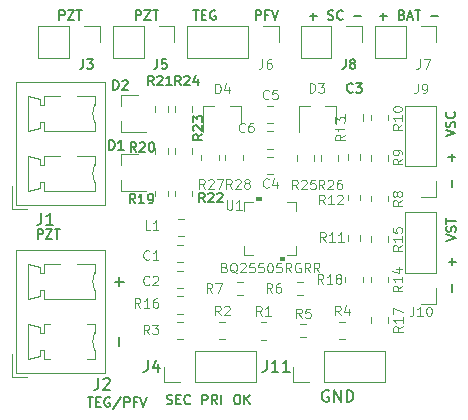
<source format=gto>
G04 #@! TF.GenerationSoftware,KiCad,Pcbnew,(5.1.10)-1*
G04 #@! TF.CreationDate,2021-07-06T21:05:29-03:00*
G04 #@! TF.ProjectId,BQ25505,42513235-3530-4352-9e6b-696361645f70,rev?*
G04 #@! TF.SameCoordinates,Original*
G04 #@! TF.FileFunction,Legend,Top*
G04 #@! TF.FilePolarity,Positive*
%FSLAX46Y46*%
G04 Gerber Fmt 4.6, Leading zero omitted, Abs format (unit mm)*
G04 Created by KiCad (PCBNEW (5.1.10)-1) date 2021-07-06 21:05:29*
%MOMM*%
%LPD*%
G01*
G04 APERTURE LIST*
%ADD10C,0.150000*%
%ADD11C,0.120000*%
%ADD12C,0.100000*%
%ADD13C,0.125000*%
%ADD14C,3.102000*%
%ADD15O,1.802000X1.802000*%
%ADD16O,3.102000X3.102000*%
%ADD17C,0.610000*%
G04 APERTURE END LIST*
D10*
X180467095Y-123198000D02*
X180371857Y-123150380D01*
X180229000Y-123150380D01*
X180086142Y-123198000D01*
X179990904Y-123293238D01*
X179943285Y-123388476D01*
X179895666Y-123578952D01*
X179895666Y-123721809D01*
X179943285Y-123912285D01*
X179990904Y-124007523D01*
X180086142Y-124102761D01*
X180229000Y-124150380D01*
X180324238Y-124150380D01*
X180467095Y-124102761D01*
X180514714Y-124055142D01*
X180514714Y-123721809D01*
X180324238Y-123721809D01*
X180943285Y-124150380D02*
X180943285Y-123150380D01*
X181514714Y-124150380D01*
X181514714Y-123150380D01*
X181990904Y-124150380D02*
X181990904Y-123150380D01*
X182229000Y-123150380D01*
X182371857Y-123198000D01*
X182467095Y-123293238D01*
X182514714Y-123388476D01*
X182562333Y-123578952D01*
X182562333Y-123721809D01*
X182514714Y-123912285D01*
X182467095Y-124007523D01*
X182371857Y-124102761D01*
X182229000Y-124150380D01*
X181990904Y-124150380D01*
X162733028Y-119389161D02*
X162733028Y-118627257D01*
X162733028Y-114341542D02*
X162733028Y-113579638D01*
X163113980Y-113960590D02*
X162352076Y-113960590D01*
X155822761Y-110343904D02*
X155822761Y-109543904D01*
X156127523Y-109543904D01*
X156203714Y-109582000D01*
X156241809Y-109620095D01*
X156279904Y-109696285D01*
X156279904Y-109810571D01*
X156241809Y-109886761D01*
X156203714Y-109924857D01*
X156127523Y-109962952D01*
X155822761Y-109962952D01*
X156546571Y-109543904D02*
X157079904Y-109543904D01*
X156546571Y-110343904D01*
X157079904Y-110343904D01*
X157270380Y-109543904D02*
X157727523Y-109543904D01*
X157498952Y-110343904D02*
X157498952Y-109543904D01*
X160064761Y-123767904D02*
X160521904Y-123767904D01*
X160293333Y-124567904D02*
X160293333Y-123767904D01*
X160788571Y-124148857D02*
X161055238Y-124148857D01*
X161169523Y-124567904D02*
X160788571Y-124567904D01*
X160788571Y-123767904D01*
X161169523Y-123767904D01*
X161931428Y-123806000D02*
X161855238Y-123767904D01*
X161740952Y-123767904D01*
X161626666Y-123806000D01*
X161550476Y-123882190D01*
X161512380Y-123958380D01*
X161474285Y-124110761D01*
X161474285Y-124225047D01*
X161512380Y-124377428D01*
X161550476Y-124453619D01*
X161626666Y-124529809D01*
X161740952Y-124567904D01*
X161817142Y-124567904D01*
X161931428Y-124529809D01*
X161969523Y-124491714D01*
X161969523Y-124225047D01*
X161817142Y-124225047D01*
X162883809Y-123729809D02*
X162198095Y-124758380D01*
X163150476Y-124567904D02*
X163150476Y-123767904D01*
X163455238Y-123767904D01*
X163531428Y-123806000D01*
X163569523Y-123844095D01*
X163607619Y-123920285D01*
X163607619Y-124034571D01*
X163569523Y-124110761D01*
X163531428Y-124148857D01*
X163455238Y-124186952D01*
X163150476Y-124186952D01*
X164217142Y-124148857D02*
X163950476Y-124148857D01*
X163950476Y-124567904D02*
X163950476Y-123767904D01*
X164331428Y-123767904D01*
X164521904Y-123767904D02*
X164788571Y-124567904D01*
X165055238Y-123767904D01*
X184804357Y-91497142D02*
X185413880Y-91497142D01*
X185109119Y-91801904D02*
X185109119Y-91192380D01*
X186671023Y-91382857D02*
X186785309Y-91420952D01*
X186823404Y-91459047D01*
X186861500Y-91535238D01*
X186861500Y-91649523D01*
X186823404Y-91725714D01*
X186785309Y-91763809D01*
X186709119Y-91801904D01*
X186404357Y-91801904D01*
X186404357Y-91001904D01*
X186671023Y-91001904D01*
X186747214Y-91040000D01*
X186785309Y-91078095D01*
X186823404Y-91154285D01*
X186823404Y-91230476D01*
X186785309Y-91306666D01*
X186747214Y-91344761D01*
X186671023Y-91382857D01*
X186404357Y-91382857D01*
X187166261Y-91573333D02*
X187547214Y-91573333D01*
X187090071Y-91801904D02*
X187356738Y-91001904D01*
X187623404Y-91801904D01*
X187775785Y-91001904D02*
X188232928Y-91001904D01*
X188004357Y-91801904D02*
X188004357Y-91001904D01*
X189109119Y-91497142D02*
X189718642Y-91497142D01*
X178848023Y-91497142D02*
X179457547Y-91497142D01*
X179152785Y-91801904D02*
X179152785Y-91192380D01*
X180409928Y-91763809D02*
X180524214Y-91801904D01*
X180714690Y-91801904D01*
X180790880Y-91763809D01*
X180828976Y-91725714D01*
X180867071Y-91649523D01*
X180867071Y-91573333D01*
X180828976Y-91497142D01*
X180790880Y-91459047D01*
X180714690Y-91420952D01*
X180562309Y-91382857D01*
X180486119Y-91344761D01*
X180448023Y-91306666D01*
X180409928Y-91230476D01*
X180409928Y-91154285D01*
X180448023Y-91078095D01*
X180486119Y-91040000D01*
X180562309Y-91001904D01*
X180752785Y-91001904D01*
X180867071Y-91040000D01*
X181667071Y-91725714D02*
X181628976Y-91763809D01*
X181514690Y-91801904D01*
X181438500Y-91801904D01*
X181324214Y-91763809D01*
X181248023Y-91687619D01*
X181209928Y-91611428D01*
X181171833Y-91459047D01*
X181171833Y-91344761D01*
X181209928Y-91192380D01*
X181248023Y-91116190D01*
X181324214Y-91040000D01*
X181438500Y-91001904D01*
X181514690Y-91001904D01*
X181628976Y-91040000D01*
X181667071Y-91078095D01*
X182619452Y-91497142D02*
X183228976Y-91497142D01*
X168993000Y-91001904D02*
X169450142Y-91001904D01*
X169221571Y-91801904D02*
X169221571Y-91001904D01*
X169716809Y-91382857D02*
X169983476Y-91382857D01*
X170097761Y-91801904D02*
X169716809Y-91801904D01*
X169716809Y-91001904D01*
X170097761Y-91001904D01*
X170859666Y-91040000D02*
X170783476Y-91001904D01*
X170669190Y-91001904D01*
X170554904Y-91040000D01*
X170478714Y-91116190D01*
X170440619Y-91192380D01*
X170402523Y-91344761D01*
X170402523Y-91459047D01*
X170440619Y-91611428D01*
X170478714Y-91687619D01*
X170554904Y-91763809D01*
X170669190Y-91801904D01*
X170745380Y-91801904D01*
X170859666Y-91763809D01*
X170897761Y-91725714D01*
X170897761Y-91459047D01*
X170745380Y-91459047D01*
X174288238Y-91801904D02*
X174288238Y-91001904D01*
X174593000Y-91001904D01*
X174669190Y-91040000D01*
X174707285Y-91078095D01*
X174745380Y-91154285D01*
X174745380Y-91268571D01*
X174707285Y-91344761D01*
X174669190Y-91382857D01*
X174593000Y-91420952D01*
X174288238Y-91420952D01*
X175354904Y-91382857D02*
X175088238Y-91382857D01*
X175088238Y-91801904D02*
X175088238Y-91001904D01*
X175469190Y-91001904D01*
X175659666Y-91001904D02*
X175926333Y-91801904D01*
X176193000Y-91001904D01*
X164141261Y-91801904D02*
X164141261Y-91001904D01*
X164446023Y-91001904D01*
X164522214Y-91040000D01*
X164560309Y-91078095D01*
X164598404Y-91154285D01*
X164598404Y-91268571D01*
X164560309Y-91344761D01*
X164522214Y-91382857D01*
X164446023Y-91420952D01*
X164141261Y-91420952D01*
X164865071Y-91001904D02*
X165398404Y-91001904D01*
X164865071Y-91801904D01*
X165398404Y-91801904D01*
X165588880Y-91001904D02*
X166046023Y-91001904D01*
X165817452Y-91801904D02*
X165817452Y-91001904D01*
X157664261Y-91801904D02*
X157664261Y-91001904D01*
X157969023Y-91001904D01*
X158045214Y-91040000D01*
X158083309Y-91078095D01*
X158121404Y-91154285D01*
X158121404Y-91268571D01*
X158083309Y-91344761D01*
X158045214Y-91382857D01*
X157969023Y-91420952D01*
X157664261Y-91420952D01*
X158388071Y-91001904D02*
X158921404Y-91001904D01*
X158388071Y-91801904D01*
X158921404Y-91801904D01*
X159111880Y-91001904D02*
X159569023Y-91001904D01*
X159340452Y-91801904D02*
X159340452Y-91001904D01*
X190874642Y-105949357D02*
X190874642Y-105339833D01*
X190874642Y-103739833D02*
X190874642Y-103130309D01*
X191179404Y-103435071D02*
X190569880Y-103435071D01*
X190379404Y-101644595D02*
X191179404Y-101377928D01*
X190379404Y-101111261D01*
X191141309Y-100882690D02*
X191179404Y-100768404D01*
X191179404Y-100577928D01*
X191141309Y-100501738D01*
X191103214Y-100463642D01*
X191027023Y-100425547D01*
X190950833Y-100425547D01*
X190874642Y-100463642D01*
X190836547Y-100501738D01*
X190798452Y-100577928D01*
X190760357Y-100730309D01*
X190722261Y-100806500D01*
X190684166Y-100844595D01*
X190607976Y-100882690D01*
X190531785Y-100882690D01*
X190455595Y-100844595D01*
X190417500Y-100806500D01*
X190379404Y-100730309D01*
X190379404Y-100539833D01*
X190417500Y-100425547D01*
X191103214Y-99625547D02*
X191141309Y-99663642D01*
X191179404Y-99777928D01*
X191179404Y-99854119D01*
X191141309Y-99968404D01*
X191065119Y-100044595D01*
X190988928Y-100082690D01*
X190836547Y-100120785D01*
X190722261Y-100120785D01*
X190569880Y-100082690D01*
X190493690Y-100044595D01*
X190417500Y-99968404D01*
X190379404Y-99854119D01*
X190379404Y-99777928D01*
X190417500Y-99663642D01*
X190455595Y-99625547D01*
X190938142Y-114807619D02*
X190938142Y-114198095D01*
X190938142Y-112598095D02*
X190938142Y-111988571D01*
X191242904Y-112293333D02*
X190633380Y-112293333D01*
X190442904Y-110502857D02*
X191242904Y-110236190D01*
X190442904Y-109969523D01*
X191204809Y-109740952D02*
X191242904Y-109626666D01*
X191242904Y-109436190D01*
X191204809Y-109360000D01*
X191166714Y-109321904D01*
X191090523Y-109283809D01*
X191014333Y-109283809D01*
X190938142Y-109321904D01*
X190900047Y-109360000D01*
X190861952Y-109436190D01*
X190823857Y-109588571D01*
X190785761Y-109664761D01*
X190747666Y-109702857D01*
X190671476Y-109740952D01*
X190595285Y-109740952D01*
X190519095Y-109702857D01*
X190481000Y-109664761D01*
X190442904Y-109588571D01*
X190442904Y-109398095D01*
X190481000Y-109283809D01*
X190442904Y-109055238D02*
X190442904Y-108598095D01*
X191242904Y-108826666D02*
X190442904Y-108826666D01*
X172650209Y-123539304D02*
X172802590Y-123539304D01*
X172878780Y-123577400D01*
X172954971Y-123653590D01*
X172993066Y-123805971D01*
X172993066Y-124072638D01*
X172954971Y-124225019D01*
X172878780Y-124301209D01*
X172802590Y-124339304D01*
X172650209Y-124339304D01*
X172574019Y-124301209D01*
X172497828Y-124225019D01*
X172459733Y-124072638D01*
X172459733Y-123805971D01*
X172497828Y-123653590D01*
X172574019Y-123577400D01*
X172650209Y-123539304D01*
X173335923Y-124339304D02*
X173335923Y-123539304D01*
X173793066Y-124339304D02*
X173450209Y-123882161D01*
X173793066Y-123539304D02*
X173335923Y-123996447D01*
X169761000Y-124339304D02*
X169761000Y-123539304D01*
X170065761Y-123539304D01*
X170141952Y-123577400D01*
X170180047Y-123615495D01*
X170218142Y-123691685D01*
X170218142Y-123805971D01*
X170180047Y-123882161D01*
X170141952Y-123920257D01*
X170065761Y-123958352D01*
X169761000Y-123958352D01*
X171018142Y-124339304D02*
X170751476Y-123958352D01*
X170561000Y-124339304D02*
X170561000Y-123539304D01*
X170865761Y-123539304D01*
X170941952Y-123577400D01*
X170980047Y-123615495D01*
X171018142Y-123691685D01*
X171018142Y-123805971D01*
X170980047Y-123882161D01*
X170941952Y-123920257D01*
X170865761Y-123958352D01*
X170561000Y-123958352D01*
X171361000Y-124339304D02*
X171361000Y-123539304D01*
X166751123Y-124301209D02*
X166865409Y-124339304D01*
X167055885Y-124339304D01*
X167132076Y-124301209D01*
X167170171Y-124263114D01*
X167208266Y-124186923D01*
X167208266Y-124110733D01*
X167170171Y-124034542D01*
X167132076Y-123996447D01*
X167055885Y-123958352D01*
X166903504Y-123920257D01*
X166827314Y-123882161D01*
X166789219Y-123844066D01*
X166751123Y-123767876D01*
X166751123Y-123691685D01*
X166789219Y-123615495D01*
X166827314Y-123577400D01*
X166903504Y-123539304D01*
X167093980Y-123539304D01*
X167208266Y-123577400D01*
X167551123Y-123920257D02*
X167817790Y-123920257D01*
X167932076Y-124339304D02*
X167551123Y-124339304D01*
X167551123Y-123539304D01*
X167932076Y-123539304D01*
X168732076Y-124263114D02*
X168693980Y-124301209D01*
X168579695Y-124339304D01*
X168503504Y-124339304D01*
X168389219Y-124301209D01*
X168313028Y-124225019D01*
X168274933Y-124148828D01*
X168236838Y-123996447D01*
X168236838Y-123882161D01*
X168274933Y-123729780D01*
X168313028Y-123653590D01*
X168389219Y-123577400D01*
X168503504Y-123539304D01*
X168579695Y-123539304D01*
X168693980Y-123577400D01*
X168732076Y-123615495D01*
D11*
X177486000Y-122488000D02*
X177486000Y-121158000D01*
X178816000Y-122488000D02*
X177486000Y-122488000D01*
X180086000Y-122488000D02*
X180086000Y-119828000D01*
X180086000Y-119828000D02*
X185226000Y-119828000D01*
X180086000Y-122488000D02*
X185226000Y-122488000D01*
X185226000Y-122488000D02*
X185226000Y-119828000D01*
X153646000Y-122064400D02*
X153646000Y-120064400D01*
X154896000Y-122064400D02*
X153646000Y-122064400D01*
X160646000Y-112444400D02*
X160646000Y-113194400D01*
X156346000Y-112444400D02*
X160646000Y-112444400D01*
X156346000Y-113194400D02*
X156346000Y-112444400D01*
X155996000Y-113194400D02*
X156346000Y-113194400D01*
X155996000Y-112694400D02*
X155996000Y-113194400D01*
X154996000Y-112444400D02*
X155996000Y-112694400D01*
X154996000Y-115444400D02*
X154996000Y-112444400D01*
X155996000Y-115194400D02*
X154996000Y-115444400D01*
X155996000Y-114694400D02*
X155996000Y-115194400D01*
X156346000Y-114694400D02*
X155996000Y-114694400D01*
X156346000Y-115444400D02*
X156346000Y-114694400D01*
X160646000Y-115444400D02*
X156346000Y-115444400D01*
X160646000Y-114694400D02*
X160646000Y-115444400D01*
X160646000Y-117524400D02*
X160646000Y-118274400D01*
X156346000Y-117524400D02*
X160646000Y-117524400D01*
X156346000Y-118274400D02*
X156346000Y-117524400D01*
X155996000Y-118274400D02*
X156346000Y-118274400D01*
X155996000Y-117774400D02*
X155996000Y-118274400D01*
X154996000Y-117524400D02*
X155996000Y-117774400D01*
X154996000Y-120524400D02*
X154996000Y-117524400D01*
X155996000Y-120274400D02*
X154996000Y-120524400D01*
X155996000Y-119774400D02*
X155996000Y-120274400D01*
X156346000Y-119774400D02*
X155996000Y-119774400D01*
X156346000Y-120524400D02*
X156346000Y-119774400D01*
X160646000Y-120524400D02*
X156346000Y-120524400D01*
X160646000Y-119774400D02*
X160646000Y-120524400D01*
X154036000Y-111294400D02*
X154036000Y-121674400D01*
X161506000Y-111294400D02*
X154036000Y-111294400D01*
X161506000Y-121674400D02*
X161506000Y-111294400D01*
X154036000Y-121674400D02*
X161506000Y-121674400D01*
X160645845Y-113194753D02*
G75*
G03*
X160646000Y-114694400I1700155J-749647D01*
G01*
X160645845Y-118274753D02*
G75*
G03*
X160646000Y-119774400I1700155J-749647D01*
G01*
X153646000Y-107840400D02*
X153646000Y-105840400D01*
X154896000Y-107840400D02*
X153646000Y-107840400D01*
X160646000Y-98220400D02*
X160646000Y-98970400D01*
X156346000Y-98220400D02*
X160646000Y-98220400D01*
X156346000Y-98970400D02*
X156346000Y-98220400D01*
X155996000Y-98970400D02*
X156346000Y-98970400D01*
X155996000Y-98470400D02*
X155996000Y-98970400D01*
X154996000Y-98220400D02*
X155996000Y-98470400D01*
X154996000Y-101220400D02*
X154996000Y-98220400D01*
X155996000Y-100970400D02*
X154996000Y-101220400D01*
X155996000Y-100470400D02*
X155996000Y-100970400D01*
X156346000Y-100470400D02*
X155996000Y-100470400D01*
X156346000Y-101220400D02*
X156346000Y-100470400D01*
X160646000Y-101220400D02*
X156346000Y-101220400D01*
X160646000Y-100470400D02*
X160646000Y-101220400D01*
X160646000Y-103300400D02*
X160646000Y-104050400D01*
X156346000Y-103300400D02*
X160646000Y-103300400D01*
X156346000Y-104050400D02*
X156346000Y-103300400D01*
X155996000Y-104050400D02*
X156346000Y-104050400D01*
X155996000Y-103550400D02*
X155996000Y-104050400D01*
X154996000Y-103300400D02*
X155996000Y-103550400D01*
X154996000Y-106300400D02*
X154996000Y-103300400D01*
X155996000Y-106050400D02*
X154996000Y-106300400D01*
X155996000Y-105550400D02*
X155996000Y-106050400D01*
X156346000Y-105550400D02*
X155996000Y-105550400D01*
X156346000Y-106300400D02*
X156346000Y-105550400D01*
X160646000Y-106300400D02*
X156346000Y-106300400D01*
X160646000Y-105550400D02*
X160646000Y-106300400D01*
X154036000Y-97070400D02*
X154036000Y-107450400D01*
X161506000Y-97070400D02*
X154036000Y-97070400D01*
X161506000Y-107450400D02*
X161506000Y-97070400D01*
X154036000Y-107450400D02*
X161506000Y-107450400D01*
X160645845Y-98970753D02*
G75*
G03*
X160646000Y-100470400I1700155J-749647D01*
G01*
X160645845Y-104050753D02*
G75*
G03*
X160646000Y-105550400I1700155J-749647D01*
G01*
X174304000Y-122488000D02*
X174304000Y-119828000D01*
X169164000Y-122488000D02*
X174304000Y-122488000D01*
X169164000Y-119828000D02*
X174304000Y-119828000D01*
X169164000Y-122488000D02*
X169164000Y-119828000D01*
X167894000Y-122488000D02*
X166564000Y-122488000D01*
X166564000Y-122488000D02*
X166564000Y-121158000D01*
X178095600Y-92345200D02*
X178095600Y-95005200D01*
X180695600Y-92345200D02*
X178095600Y-92345200D01*
X180695600Y-95005200D02*
X178095600Y-95005200D01*
X180695600Y-92345200D02*
X180695600Y-95005200D01*
X181965600Y-92345200D02*
X183295600Y-92345200D01*
X183295600Y-92345200D02*
X183295600Y-93675200D01*
X181891000Y-100337252D02*
X181891000Y-99814748D01*
X183361000Y-100337252D02*
X183361000Y-99814748D01*
X189582100Y-115820500D02*
X188252100Y-115820500D01*
X189582100Y-114490500D02*
X189582100Y-115820500D01*
X189582100Y-113220500D02*
X186922100Y-113220500D01*
X186922100Y-113220500D02*
X186922100Y-108080500D01*
X189582100Y-113220500D02*
X189582100Y-108080500D01*
X189582100Y-108080500D02*
X186922100Y-108080500D01*
X178070742Y-117587500D02*
X178545258Y-117587500D01*
X178070742Y-118632500D02*
X178545258Y-118632500D01*
X167436500Y-99110436D02*
X167436500Y-99564564D01*
X168906500Y-99110436D02*
X168906500Y-99564564D01*
X167436500Y-102682936D02*
X167436500Y-103137064D01*
X168906500Y-102682936D02*
X168906500Y-103137064D01*
X167436500Y-106262436D02*
X167436500Y-106716564D01*
X168906500Y-106262436D02*
X168906500Y-106716564D01*
X165784000Y-99100242D02*
X165784000Y-99574758D01*
X166829000Y-99100242D02*
X166829000Y-99574758D01*
X165784000Y-102672742D02*
X165784000Y-103147258D01*
X166829000Y-102672742D02*
X166829000Y-103147258D01*
X165784000Y-106252242D02*
X165784000Y-106726758D01*
X166829000Y-106252242D02*
X166829000Y-106726758D01*
X162195200Y-92345200D02*
X162195200Y-95005200D01*
X164795200Y-92345200D02*
X162195200Y-92345200D01*
X164795200Y-95005200D02*
X162195200Y-95005200D01*
X164795200Y-92345200D02*
X164795200Y-95005200D01*
X166065200Y-92345200D02*
X167395200Y-92345200D01*
X167395200Y-92345200D02*
X167395200Y-93675200D01*
X155896000Y-92345200D02*
X155896000Y-95005200D01*
X158496000Y-92345200D02*
X155896000Y-92345200D01*
X158496000Y-95005200D02*
X155896000Y-95005200D01*
X158496000Y-92345200D02*
X158496000Y-95005200D01*
X159766000Y-92345200D02*
X161096000Y-92345200D01*
X161096000Y-92345200D02*
X161096000Y-93675200D01*
X162866800Y-98127700D02*
X162866800Y-99057700D01*
X162866800Y-101287700D02*
X162866800Y-100357700D01*
X162866800Y-101287700D02*
X165026800Y-101287700D01*
X162866800Y-98127700D02*
X164326800Y-98127700D01*
X162866800Y-103144200D02*
X162866800Y-104074200D01*
X162866800Y-106304200D02*
X162866800Y-105374200D01*
X162866800Y-106304200D02*
X165026800Y-106304200D01*
X162866800Y-103144200D02*
X164326800Y-103144200D01*
X189594800Y-92345200D02*
X189594800Y-93675200D01*
X188264800Y-92345200D02*
X189594800Y-92345200D01*
X186994800Y-92345200D02*
X186994800Y-95005200D01*
X186994800Y-95005200D02*
X184394800Y-95005200D01*
X186994800Y-92345200D02*
X184394800Y-92345200D01*
X184394800Y-92345200D02*
X184394800Y-95005200D01*
X181891000Y-114019064D02*
X181891000Y-113564936D01*
X183361000Y-114019064D02*
X183361000Y-113564936D01*
X185520000Y-116993936D02*
X185520000Y-117448064D01*
X184050000Y-116993936D02*
X184050000Y-117448064D01*
X185520000Y-110135936D02*
X185520000Y-110590064D01*
X184050000Y-110135936D02*
X184050000Y-110590064D01*
X185520000Y-113564936D02*
X185520000Y-114019064D01*
X184050000Y-113564936D02*
X184050000Y-114019064D01*
X185520000Y-99848936D02*
X185520000Y-100303064D01*
X184050000Y-99848936D02*
X184050000Y-100303064D01*
X185520000Y-103277936D02*
X185520000Y-103732064D01*
X184050000Y-103277936D02*
X184050000Y-103732064D01*
X185520000Y-106706936D02*
X185520000Y-107161064D01*
X184050000Y-106706936D02*
X184050000Y-107161064D01*
X181382936Y-117375000D02*
X181837064Y-117375000D01*
X181382936Y-118845000D02*
X181837064Y-118845000D01*
X167666936Y-117375000D02*
X168121064Y-117375000D01*
X167666936Y-118845000D02*
X168121064Y-118845000D01*
X171222936Y-117375000D02*
X171677064Y-117375000D01*
X171222936Y-118845000D02*
X171677064Y-118845000D01*
X174712896Y-117402940D02*
X175167024Y-117402940D01*
X174712896Y-118872940D02*
X175167024Y-118872940D01*
X173304200Y-111683800D02*
X174046426Y-111683800D01*
X177723800Y-111683800D02*
X177723800Y-110941323D01*
X177723800Y-107264200D02*
X176981574Y-107264200D01*
X173304200Y-107264200D02*
X173304200Y-108006677D01*
X173304200Y-110941323D02*
X173304200Y-111683800D01*
X176981574Y-111683800D02*
X177723800Y-111683800D01*
X177723800Y-108006677D02*
X177723800Y-107264200D01*
X174046426Y-107264200D02*
X173304200Y-107264200D01*
D12*
G36*
X176323752Y-111878001D02*
G01*
X176323752Y-112132001D01*
X176704752Y-112132001D01*
X176704752Y-111878001D01*
X176323752Y-111878001D01*
G37*
X176323752Y-111878001D02*
X176323752Y-112132001D01*
X176704752Y-112132001D01*
X176704752Y-111878001D01*
X176323752Y-111878001D01*
G36*
X174323248Y-107069999D02*
G01*
X174323248Y-106815999D01*
X174704248Y-106815999D01*
X174704248Y-107069999D01*
X174323248Y-107069999D01*
G37*
X174323248Y-107069999D02*
X174323248Y-106815999D01*
X174704248Y-106815999D01*
X174704248Y-107069999D01*
X174323248Y-107069999D01*
D11*
X168494400Y-92345200D02*
X168494400Y-95005200D01*
X173634400Y-92345200D02*
X168494400Y-92345200D01*
X173634400Y-95005200D02*
X168494400Y-95005200D01*
X173634400Y-92345200D02*
X173634400Y-95005200D01*
X174904400Y-92345200D02*
X176234400Y-92345200D01*
X176234400Y-92345200D02*
X176234400Y-93675200D01*
X173201000Y-103668564D02*
X173201000Y-103214436D01*
X171731000Y-103668564D02*
X171731000Y-103214436D01*
X181265500Y-103732064D02*
X181265500Y-103277936D01*
X179795500Y-103732064D02*
X179795500Y-103277936D01*
X169699000Y-103214436D02*
X169699000Y-103668564D01*
X171169000Y-103214436D02*
X171169000Y-103668564D01*
X177763500Y-103277936D02*
X177763500Y-103732064D01*
X179233500Y-103277936D02*
X179233500Y-103732064D01*
X167666936Y-115216000D02*
X168121064Y-115216000D01*
X167666936Y-116686000D02*
X168121064Y-116686000D01*
X189582100Y-106803500D02*
X188252100Y-106803500D01*
X189582100Y-105473500D02*
X189582100Y-106803500D01*
X189582100Y-104203500D02*
X186922100Y-104203500D01*
X186922100Y-104203500D02*
X186922100Y-99063500D01*
X189582100Y-104203500D02*
X189582100Y-99063500D01*
X189582100Y-99063500D02*
X186922100Y-99063500D01*
X173030000Y-99125500D02*
X173030000Y-100585500D01*
X169870000Y-99125500D02*
X169870000Y-101285500D01*
X169870000Y-99125500D02*
X170800000Y-99125500D01*
X173030000Y-99125500D02*
X172100000Y-99125500D01*
X181094500Y-99125500D02*
X181094500Y-100585500D01*
X177934500Y-99125500D02*
X177934500Y-101285500D01*
X177934500Y-99125500D02*
X178864500Y-99125500D01*
X181094500Y-99125500D02*
X180164500Y-99125500D01*
X182090800Y-103191542D02*
X182090800Y-103666058D01*
X183135800Y-103191542D02*
X183135800Y-103666058D01*
X182090800Y-106620542D02*
X182090800Y-107095058D01*
X183135800Y-106620542D02*
X183135800Y-107095058D01*
X182090800Y-110049542D02*
X182090800Y-110524058D01*
X183135800Y-110049542D02*
X183135800Y-110524058D01*
X172736742Y-115076500D02*
X173211258Y-115076500D01*
X172736742Y-114031500D02*
X173211258Y-114031500D01*
X177816742Y-115076500D02*
X178291258Y-115076500D01*
X177816742Y-114031500D02*
X178291258Y-114031500D01*
X167696248Y-108700500D02*
X168218752Y-108700500D01*
X167696248Y-110120500D02*
X168218752Y-110120500D01*
X175252748Y-102716000D02*
X175775252Y-102716000D01*
X175252748Y-101246000D02*
X175775252Y-101246000D01*
X175252748Y-100557000D02*
X175775252Y-100557000D01*
X175252748Y-99087000D02*
X175775252Y-99087000D01*
X175252748Y-104875000D02*
X175775252Y-104875000D01*
X175252748Y-103405000D02*
X175775252Y-103405000D01*
X168155252Y-112304500D02*
X167632748Y-112304500D01*
X168155252Y-110834500D02*
X167632748Y-110834500D01*
X168155252Y-114527000D02*
X167632748Y-114527000D01*
X168155252Y-113057000D02*
X167632748Y-113057000D01*
D10*
X175212476Y-120610380D02*
X175212476Y-121324666D01*
X175164857Y-121467523D01*
X175069619Y-121562761D01*
X174926761Y-121610380D01*
X174831523Y-121610380D01*
X176212476Y-121610380D02*
X175641047Y-121610380D01*
X175926761Y-121610380D02*
X175926761Y-120610380D01*
X175831523Y-120753238D01*
X175736285Y-120848476D01*
X175641047Y-120896095D01*
X177164857Y-121610380D02*
X176593428Y-121610380D01*
X176879142Y-121610380D02*
X176879142Y-120610380D01*
X176783904Y-120753238D01*
X176688666Y-120848476D01*
X176593428Y-120896095D01*
X160956666Y-122134380D02*
X160956666Y-122848666D01*
X160909047Y-122991523D01*
X160813809Y-123086761D01*
X160670952Y-123134380D01*
X160575714Y-123134380D01*
X161385238Y-122229619D02*
X161432857Y-122182000D01*
X161528095Y-122134380D01*
X161766190Y-122134380D01*
X161861428Y-122182000D01*
X161909047Y-122229619D01*
X161956666Y-122324857D01*
X161956666Y-122420095D01*
X161909047Y-122562952D01*
X161337619Y-123134380D01*
X161956666Y-123134380D01*
X156130666Y-108164380D02*
X156130666Y-108878666D01*
X156083047Y-109021523D01*
X155987809Y-109116761D01*
X155844952Y-109164380D01*
X155749714Y-109164380D01*
X157130666Y-109164380D02*
X156559238Y-109164380D01*
X156844952Y-109164380D02*
X156844952Y-108164380D01*
X156749714Y-108307238D01*
X156654476Y-108402476D01*
X156559238Y-108450095D01*
X165147666Y-120610380D02*
X165147666Y-121324666D01*
X165100047Y-121467523D01*
X165004809Y-121562761D01*
X164861952Y-121610380D01*
X164766714Y-121610380D01*
X166052428Y-120943714D02*
X166052428Y-121610380D01*
X165814333Y-120562761D02*
X165576238Y-121277047D01*
X166195285Y-121277047D01*
X181914833Y-95135654D02*
X181914833Y-95707083D01*
X181876738Y-95821369D01*
X181800547Y-95897559D01*
X181686261Y-95935654D01*
X181610071Y-95935654D01*
X182410071Y-95478511D02*
X182333880Y-95440416D01*
X182295785Y-95402321D01*
X182257690Y-95326130D01*
X182257690Y-95288035D01*
X182295785Y-95211845D01*
X182333880Y-95173750D01*
X182410071Y-95135654D01*
X182562452Y-95135654D01*
X182638642Y-95173750D01*
X182676738Y-95211845D01*
X182714833Y-95288035D01*
X182714833Y-95326130D01*
X182676738Y-95402321D01*
X182638642Y-95440416D01*
X182562452Y-95478511D01*
X182410071Y-95478511D01*
X182333880Y-95516607D01*
X182295785Y-95554702D01*
X182257690Y-95630892D01*
X182257690Y-95783273D01*
X182295785Y-95859464D01*
X182333880Y-95897559D01*
X182410071Y-95935654D01*
X182562452Y-95935654D01*
X182638642Y-95897559D01*
X182676738Y-95859464D01*
X182714833Y-95783273D01*
X182714833Y-95630892D01*
X182676738Y-95554702D01*
X182638642Y-95516607D01*
X182562452Y-95478511D01*
X182492666Y-97885214D02*
X182454571Y-97923309D01*
X182340285Y-97961404D01*
X182264095Y-97961404D01*
X182149809Y-97923309D01*
X182073619Y-97847119D01*
X182035523Y-97770928D01*
X181997428Y-97618547D01*
X181997428Y-97504261D01*
X182035523Y-97351880D01*
X182073619Y-97275690D01*
X182149809Y-97199500D01*
X182264095Y-97161404D01*
X182340285Y-97161404D01*
X182454571Y-97199500D01*
X182492666Y-97237595D01*
X182759333Y-97161404D02*
X183254571Y-97161404D01*
X182987904Y-97466166D01*
X183102190Y-97466166D01*
X183178380Y-97504261D01*
X183216476Y-97542357D01*
X183254571Y-97618547D01*
X183254571Y-97809023D01*
X183216476Y-97885214D01*
X183178380Y-97923309D01*
X183102190Y-97961404D01*
X182873619Y-97961404D01*
X182797428Y-97923309D01*
X182759333Y-97885214D01*
D13*
X187629880Y-116084404D02*
X187629880Y-116655833D01*
X187591785Y-116770119D01*
X187515595Y-116846309D01*
X187401309Y-116884404D01*
X187325119Y-116884404D01*
X188429880Y-116884404D02*
X187972738Y-116884404D01*
X188201309Y-116884404D02*
X188201309Y-116084404D01*
X188125119Y-116198690D01*
X188048928Y-116274880D01*
X187972738Y-116312976D01*
X188925119Y-116084404D02*
X189001309Y-116084404D01*
X189077500Y-116122500D01*
X189115595Y-116160595D01*
X189153690Y-116236785D01*
X189191785Y-116389166D01*
X189191785Y-116579642D01*
X189153690Y-116732023D01*
X189115595Y-116808214D01*
X189077500Y-116846309D01*
X189001309Y-116884404D01*
X188925119Y-116884404D01*
X188848928Y-116846309D01*
X188810833Y-116808214D01*
X188772738Y-116732023D01*
X188734642Y-116579642D01*
X188734642Y-116389166D01*
X188772738Y-116236785D01*
X188810833Y-116160595D01*
X188848928Y-116122500D01*
X188925119Y-116084404D01*
X178174666Y-117041904D02*
X177908000Y-116660952D01*
X177717523Y-117041904D02*
X177717523Y-116241904D01*
X178022285Y-116241904D01*
X178098476Y-116280000D01*
X178136571Y-116318095D01*
X178174666Y-116394285D01*
X178174666Y-116508571D01*
X178136571Y-116584761D01*
X178098476Y-116622857D01*
X178022285Y-116660952D01*
X177717523Y-116660952D01*
X178898476Y-116241904D02*
X178517523Y-116241904D01*
X178479428Y-116622857D01*
X178517523Y-116584761D01*
X178593714Y-116546666D01*
X178784190Y-116546666D01*
X178860380Y-116584761D01*
X178898476Y-116622857D01*
X178936571Y-116699047D01*
X178936571Y-116889523D01*
X178898476Y-116965714D01*
X178860380Y-117003809D01*
X178784190Y-117041904D01*
X178593714Y-117041904D01*
X178517523Y-117003809D01*
X178479428Y-116965714D01*
D10*
X167951214Y-97326404D02*
X167684547Y-96945452D01*
X167494071Y-97326404D02*
X167494071Y-96526404D01*
X167798833Y-96526404D01*
X167875023Y-96564500D01*
X167913119Y-96602595D01*
X167951214Y-96678785D01*
X167951214Y-96793071D01*
X167913119Y-96869261D01*
X167875023Y-96907357D01*
X167798833Y-96945452D01*
X167494071Y-96945452D01*
X168255976Y-96602595D02*
X168294071Y-96564500D01*
X168370261Y-96526404D01*
X168560738Y-96526404D01*
X168636928Y-96564500D01*
X168675023Y-96602595D01*
X168713119Y-96678785D01*
X168713119Y-96754976D01*
X168675023Y-96869261D01*
X168217880Y-97326404D01*
X168713119Y-97326404D01*
X169398833Y-96793071D02*
X169398833Y-97326404D01*
X169208357Y-96488309D02*
X169017880Y-97059738D01*
X169513119Y-97059738D01*
X169779904Y-101479285D02*
X169398952Y-101745952D01*
X169779904Y-101936428D02*
X168979904Y-101936428D01*
X168979904Y-101631666D01*
X169018000Y-101555476D01*
X169056095Y-101517380D01*
X169132285Y-101479285D01*
X169246571Y-101479285D01*
X169322761Y-101517380D01*
X169360857Y-101555476D01*
X169398952Y-101631666D01*
X169398952Y-101936428D01*
X169056095Y-101174523D02*
X169018000Y-101136428D01*
X168979904Y-101060238D01*
X168979904Y-100869761D01*
X169018000Y-100793571D01*
X169056095Y-100755476D01*
X169132285Y-100717380D01*
X169208476Y-100717380D01*
X169322761Y-100755476D01*
X169779904Y-101212619D01*
X169779904Y-100717380D01*
X168979904Y-100450714D02*
X168979904Y-99955476D01*
X169284666Y-100222142D01*
X169284666Y-100107857D01*
X169322761Y-100031666D01*
X169360857Y-99993571D01*
X169437047Y-99955476D01*
X169627523Y-99955476D01*
X169703714Y-99993571D01*
X169741809Y-100031666D01*
X169779904Y-100107857D01*
X169779904Y-100336428D01*
X169741809Y-100412619D01*
X169703714Y-100450714D01*
X169983214Y-107232404D02*
X169716547Y-106851452D01*
X169526071Y-107232404D02*
X169526071Y-106432404D01*
X169830833Y-106432404D01*
X169907023Y-106470500D01*
X169945119Y-106508595D01*
X169983214Y-106584785D01*
X169983214Y-106699071D01*
X169945119Y-106775261D01*
X169907023Y-106813357D01*
X169830833Y-106851452D01*
X169526071Y-106851452D01*
X170287976Y-106508595D02*
X170326071Y-106470500D01*
X170402261Y-106432404D01*
X170592738Y-106432404D01*
X170668928Y-106470500D01*
X170707023Y-106508595D01*
X170745119Y-106584785D01*
X170745119Y-106660976D01*
X170707023Y-106775261D01*
X170249880Y-107232404D01*
X170745119Y-107232404D01*
X171049880Y-106508595D02*
X171087976Y-106470500D01*
X171164166Y-106432404D01*
X171354642Y-106432404D01*
X171430833Y-106470500D01*
X171468928Y-106508595D01*
X171507023Y-106584785D01*
X171507023Y-106660976D01*
X171468928Y-106775261D01*
X171011785Y-107232404D01*
X171507023Y-107232404D01*
X165665214Y-97326404D02*
X165398547Y-96945452D01*
X165208071Y-97326404D02*
X165208071Y-96526404D01*
X165512833Y-96526404D01*
X165589023Y-96564500D01*
X165627119Y-96602595D01*
X165665214Y-96678785D01*
X165665214Y-96793071D01*
X165627119Y-96869261D01*
X165589023Y-96907357D01*
X165512833Y-96945452D01*
X165208071Y-96945452D01*
X165969976Y-96602595D02*
X166008071Y-96564500D01*
X166084261Y-96526404D01*
X166274738Y-96526404D01*
X166350928Y-96564500D01*
X166389023Y-96602595D01*
X166427119Y-96678785D01*
X166427119Y-96754976D01*
X166389023Y-96869261D01*
X165931880Y-97326404D01*
X166427119Y-97326404D01*
X167189023Y-97326404D02*
X166731880Y-97326404D01*
X166960452Y-97326404D02*
X166960452Y-96526404D01*
X166884261Y-96640690D01*
X166808071Y-96716880D01*
X166731880Y-96754976D01*
X164179314Y-102977904D02*
X163912647Y-102596952D01*
X163722171Y-102977904D02*
X163722171Y-102177904D01*
X164026933Y-102177904D01*
X164103123Y-102216000D01*
X164141219Y-102254095D01*
X164179314Y-102330285D01*
X164179314Y-102444571D01*
X164141219Y-102520761D01*
X164103123Y-102558857D01*
X164026933Y-102596952D01*
X163722171Y-102596952D01*
X164484076Y-102254095D02*
X164522171Y-102216000D01*
X164598361Y-102177904D01*
X164788838Y-102177904D01*
X164865028Y-102216000D01*
X164903123Y-102254095D01*
X164941219Y-102330285D01*
X164941219Y-102406476D01*
X164903123Y-102520761D01*
X164445980Y-102977904D01*
X164941219Y-102977904D01*
X165436457Y-102177904D02*
X165512647Y-102177904D01*
X165588838Y-102216000D01*
X165626933Y-102254095D01*
X165665028Y-102330285D01*
X165703123Y-102482666D01*
X165703123Y-102673142D01*
X165665028Y-102825523D01*
X165626933Y-102901714D01*
X165588838Y-102939809D01*
X165512647Y-102977904D01*
X165436457Y-102977904D01*
X165360266Y-102939809D01*
X165322171Y-102901714D01*
X165284076Y-102825523D01*
X165245980Y-102673142D01*
X165245980Y-102482666D01*
X165284076Y-102330285D01*
X165322171Y-102254095D01*
X165360266Y-102216000D01*
X165436457Y-102177904D01*
X164077714Y-107346704D02*
X163811047Y-106965752D01*
X163620571Y-107346704D02*
X163620571Y-106546704D01*
X163925333Y-106546704D01*
X164001523Y-106584800D01*
X164039619Y-106622895D01*
X164077714Y-106699085D01*
X164077714Y-106813371D01*
X164039619Y-106889561D01*
X164001523Y-106927657D01*
X163925333Y-106965752D01*
X163620571Y-106965752D01*
X164839619Y-107346704D02*
X164382476Y-107346704D01*
X164611047Y-107346704D02*
X164611047Y-106546704D01*
X164534857Y-106660990D01*
X164458666Y-106737180D01*
X164382476Y-106775276D01*
X165220571Y-107346704D02*
X165372952Y-107346704D01*
X165449142Y-107308609D01*
X165487238Y-107270514D01*
X165563428Y-107156228D01*
X165601523Y-107003847D01*
X165601523Y-106699085D01*
X165563428Y-106622895D01*
X165525333Y-106584800D01*
X165449142Y-106546704D01*
X165296761Y-106546704D01*
X165220571Y-106584800D01*
X165182476Y-106622895D01*
X165144380Y-106699085D01*
X165144380Y-106889561D01*
X165182476Y-106965752D01*
X165220571Y-107003847D01*
X165296761Y-107041942D01*
X165449142Y-107041942D01*
X165525333Y-107003847D01*
X165563428Y-106965752D01*
X165601523Y-106889561D01*
X165976333Y-95135654D02*
X165976333Y-95707083D01*
X165938238Y-95821369D01*
X165862047Y-95897559D01*
X165747761Y-95935654D01*
X165671571Y-95935654D01*
X166738238Y-95135654D02*
X166357285Y-95135654D01*
X166319190Y-95516607D01*
X166357285Y-95478511D01*
X166433476Y-95440416D01*
X166623952Y-95440416D01*
X166700142Y-95478511D01*
X166738238Y-95516607D01*
X166776333Y-95592797D01*
X166776333Y-95783273D01*
X166738238Y-95859464D01*
X166700142Y-95897559D01*
X166623952Y-95935654D01*
X166433476Y-95935654D01*
X166357285Y-95897559D01*
X166319190Y-95859464D01*
X159689833Y-95135654D02*
X159689833Y-95707083D01*
X159651738Y-95821369D01*
X159575547Y-95897559D01*
X159461261Y-95935654D01*
X159385071Y-95935654D01*
X159994595Y-95135654D02*
X160489833Y-95135654D01*
X160223166Y-95440416D01*
X160337452Y-95440416D01*
X160413642Y-95478511D01*
X160451738Y-95516607D01*
X160489833Y-95592797D01*
X160489833Y-95783273D01*
X160451738Y-95859464D01*
X160413642Y-95897559D01*
X160337452Y-95935654D01*
X160108880Y-95935654D01*
X160032690Y-95897559D01*
X159994595Y-95859464D01*
X162223523Y-97707404D02*
X162223523Y-96907404D01*
X162414000Y-96907404D01*
X162528285Y-96945500D01*
X162604476Y-97021690D01*
X162642571Y-97097880D01*
X162680666Y-97250261D01*
X162680666Y-97364547D01*
X162642571Y-97516928D01*
X162604476Y-97593119D01*
X162528285Y-97669309D01*
X162414000Y-97707404D01*
X162223523Y-97707404D01*
X162985428Y-96983595D02*
X163023523Y-96945500D01*
X163099714Y-96907404D01*
X163290190Y-96907404D01*
X163366380Y-96945500D01*
X163404476Y-96983595D01*
X163442571Y-97059785D01*
X163442571Y-97135976D01*
X163404476Y-97250261D01*
X162947333Y-97707404D01*
X163442571Y-97707404D01*
X161906023Y-102787404D02*
X161906023Y-101987404D01*
X162096500Y-101987404D01*
X162210785Y-102025500D01*
X162286976Y-102101690D01*
X162325071Y-102177880D01*
X162363166Y-102330261D01*
X162363166Y-102444547D01*
X162325071Y-102596928D01*
X162286976Y-102673119D01*
X162210785Y-102749309D01*
X162096500Y-102787404D01*
X161906023Y-102787404D01*
X163125071Y-102787404D02*
X162667928Y-102787404D01*
X162896500Y-102787404D02*
X162896500Y-101987404D01*
X162820309Y-102101690D01*
X162744119Y-102177880D01*
X162667928Y-102215976D01*
D13*
X188201333Y-95129404D02*
X188201333Y-95700833D01*
X188163238Y-95815119D01*
X188087047Y-95891309D01*
X187972761Y-95929404D01*
X187896571Y-95929404D01*
X188506095Y-95129404D02*
X189039428Y-95129404D01*
X188696571Y-95929404D01*
X180016214Y-114153904D02*
X179749547Y-113772952D01*
X179559071Y-114153904D02*
X179559071Y-113353904D01*
X179863833Y-113353904D01*
X179940023Y-113392000D01*
X179978119Y-113430095D01*
X180016214Y-113506285D01*
X180016214Y-113620571D01*
X179978119Y-113696761D01*
X179940023Y-113734857D01*
X179863833Y-113772952D01*
X179559071Y-113772952D01*
X180778119Y-114153904D02*
X180320976Y-114153904D01*
X180549547Y-114153904D02*
X180549547Y-113353904D01*
X180473357Y-113468190D01*
X180397166Y-113544380D01*
X180320976Y-113582476D01*
X181235261Y-113696761D02*
X181159071Y-113658666D01*
X181120976Y-113620571D01*
X181082880Y-113544380D01*
X181082880Y-113506285D01*
X181120976Y-113430095D01*
X181159071Y-113392000D01*
X181235261Y-113353904D01*
X181387642Y-113353904D01*
X181463833Y-113392000D01*
X181501928Y-113430095D01*
X181540023Y-113506285D01*
X181540023Y-113544380D01*
X181501928Y-113620571D01*
X181463833Y-113658666D01*
X181387642Y-113696761D01*
X181235261Y-113696761D01*
X181159071Y-113734857D01*
X181120976Y-113772952D01*
X181082880Y-113849142D01*
X181082880Y-114001523D01*
X181120976Y-114077714D01*
X181159071Y-114115809D01*
X181235261Y-114153904D01*
X181387642Y-114153904D01*
X181463833Y-114115809D01*
X181501928Y-114077714D01*
X181540023Y-114001523D01*
X181540023Y-113849142D01*
X181501928Y-113772952D01*
X181463833Y-113734857D01*
X181387642Y-113696761D01*
X186734404Y-117735285D02*
X186353452Y-118001952D01*
X186734404Y-118192428D02*
X185934404Y-118192428D01*
X185934404Y-117887666D01*
X185972500Y-117811476D01*
X186010595Y-117773380D01*
X186086785Y-117735285D01*
X186201071Y-117735285D01*
X186277261Y-117773380D01*
X186315357Y-117811476D01*
X186353452Y-117887666D01*
X186353452Y-118192428D01*
X186734404Y-116973380D02*
X186734404Y-117430523D01*
X186734404Y-117201952D02*
X185934404Y-117201952D01*
X186048690Y-117278142D01*
X186124880Y-117354333D01*
X186162976Y-117430523D01*
X185934404Y-116706714D02*
X185934404Y-116173380D01*
X186734404Y-116516238D01*
X186688749Y-110877285D02*
X186307797Y-111143952D01*
X186688749Y-111334428D02*
X185888749Y-111334428D01*
X185888749Y-111029666D01*
X185926845Y-110953476D01*
X185964940Y-110915380D01*
X186041130Y-110877285D01*
X186155416Y-110877285D01*
X186231606Y-110915380D01*
X186269702Y-110953476D01*
X186307797Y-111029666D01*
X186307797Y-111334428D01*
X186688749Y-110115380D02*
X186688749Y-110572523D01*
X186688749Y-110343952D02*
X185888749Y-110343952D01*
X186003035Y-110420142D01*
X186079225Y-110496333D01*
X186117321Y-110572523D01*
X185888749Y-109391571D02*
X185888749Y-109772523D01*
X186269702Y-109810619D01*
X186231606Y-109772523D01*
X186193511Y-109696333D01*
X186193511Y-109505857D01*
X186231606Y-109429666D01*
X186269702Y-109391571D01*
X186345892Y-109353476D01*
X186536368Y-109353476D01*
X186612559Y-109391571D01*
X186650654Y-109429666D01*
X186688749Y-109505857D01*
X186688749Y-109696333D01*
X186650654Y-109772523D01*
X186612559Y-109810619D01*
X186688749Y-114306285D02*
X186307797Y-114572952D01*
X186688749Y-114763428D02*
X185888749Y-114763428D01*
X185888749Y-114458666D01*
X185926845Y-114382476D01*
X185964940Y-114344380D01*
X186041130Y-114306285D01*
X186155416Y-114306285D01*
X186231606Y-114344380D01*
X186269702Y-114382476D01*
X186307797Y-114458666D01*
X186307797Y-114763428D01*
X186688749Y-113544380D02*
X186688749Y-114001523D01*
X186688749Y-113772952D02*
X185888749Y-113772952D01*
X186003035Y-113849142D01*
X186079225Y-113925333D01*
X186117321Y-114001523D01*
X186155416Y-112858666D02*
X186688749Y-112858666D01*
X185850654Y-113049142D02*
X186422083Y-113239619D01*
X186422083Y-112744380D01*
X186688749Y-100653785D02*
X186307797Y-100920452D01*
X186688749Y-101110928D02*
X185888749Y-101110928D01*
X185888749Y-100806166D01*
X185926845Y-100729976D01*
X185964940Y-100691880D01*
X186041130Y-100653785D01*
X186155416Y-100653785D01*
X186231606Y-100691880D01*
X186269702Y-100729976D01*
X186307797Y-100806166D01*
X186307797Y-101110928D01*
X186688749Y-99891880D02*
X186688749Y-100349023D01*
X186688749Y-100120452D02*
X185888749Y-100120452D01*
X186003035Y-100196642D01*
X186079225Y-100272833D01*
X186117321Y-100349023D01*
X185888749Y-99396642D02*
X185888749Y-99320452D01*
X185926845Y-99244261D01*
X185964940Y-99206166D01*
X186041130Y-99168071D01*
X186193511Y-99129976D01*
X186383987Y-99129976D01*
X186536368Y-99168071D01*
X186612559Y-99206166D01*
X186650654Y-99244261D01*
X186688749Y-99320452D01*
X186688749Y-99396642D01*
X186650654Y-99472833D01*
X186612559Y-99510928D01*
X186536368Y-99549023D01*
X186383987Y-99587119D01*
X186193511Y-99587119D01*
X186041130Y-99549023D01*
X185964940Y-99510928D01*
X185926845Y-99472833D01*
X185888749Y-99396642D01*
X186688749Y-103574833D02*
X186307797Y-103841500D01*
X186688749Y-104031976D02*
X185888749Y-104031976D01*
X185888749Y-103727214D01*
X185926845Y-103651023D01*
X185964940Y-103612928D01*
X186041130Y-103574833D01*
X186155416Y-103574833D01*
X186231606Y-103612928D01*
X186269702Y-103651023D01*
X186307797Y-103727214D01*
X186307797Y-104031976D01*
X186688749Y-103193880D02*
X186688749Y-103041500D01*
X186650654Y-102965309D01*
X186612559Y-102927214D01*
X186498273Y-102851023D01*
X186345892Y-102812928D01*
X186041130Y-102812928D01*
X185964940Y-102851023D01*
X185926845Y-102889119D01*
X185888749Y-102965309D01*
X185888749Y-103117690D01*
X185926845Y-103193880D01*
X185964940Y-103231976D01*
X186041130Y-103270071D01*
X186231606Y-103270071D01*
X186307797Y-103231976D01*
X186345892Y-103193880D01*
X186383987Y-103117690D01*
X186383987Y-102965309D01*
X186345892Y-102889119D01*
X186307797Y-102851023D01*
X186231606Y-102812928D01*
X186688749Y-107067333D02*
X186307797Y-107334000D01*
X186688749Y-107524476D02*
X185888749Y-107524476D01*
X185888749Y-107219714D01*
X185926845Y-107143523D01*
X185964940Y-107105428D01*
X186041130Y-107067333D01*
X186155416Y-107067333D01*
X186231606Y-107105428D01*
X186269702Y-107143523D01*
X186307797Y-107219714D01*
X186307797Y-107524476D01*
X186231606Y-106610190D02*
X186193511Y-106686380D01*
X186155416Y-106724476D01*
X186079225Y-106762571D01*
X186041130Y-106762571D01*
X185964940Y-106724476D01*
X185926845Y-106686380D01*
X185888749Y-106610190D01*
X185888749Y-106457809D01*
X185926845Y-106381619D01*
X185964940Y-106343523D01*
X186041130Y-106305428D01*
X186079225Y-106305428D01*
X186155416Y-106343523D01*
X186193511Y-106381619D01*
X186231606Y-106457809D01*
X186231606Y-106610190D01*
X186269702Y-106686380D01*
X186307797Y-106724476D01*
X186383987Y-106762571D01*
X186536368Y-106762571D01*
X186612559Y-106724476D01*
X186650654Y-106686380D01*
X186688749Y-106610190D01*
X186688749Y-106457809D01*
X186650654Y-106381619D01*
X186612559Y-106343523D01*
X186536368Y-106305428D01*
X186383987Y-106305428D01*
X186307797Y-106343523D01*
X186269702Y-106381619D01*
X186231606Y-106457809D01*
X181476666Y-116821904D02*
X181210000Y-116440952D01*
X181019523Y-116821904D02*
X181019523Y-116021904D01*
X181324285Y-116021904D01*
X181400476Y-116060000D01*
X181438571Y-116098095D01*
X181476666Y-116174285D01*
X181476666Y-116288571D01*
X181438571Y-116364761D01*
X181400476Y-116402857D01*
X181324285Y-116440952D01*
X181019523Y-116440952D01*
X182162380Y-116288571D02*
X182162380Y-116821904D01*
X181971904Y-115983809D02*
X181781428Y-116555238D01*
X182276666Y-116555238D01*
X165284166Y-118408404D02*
X165017500Y-118027452D01*
X164827023Y-118408404D02*
X164827023Y-117608404D01*
X165131785Y-117608404D01*
X165207976Y-117646500D01*
X165246071Y-117684595D01*
X165284166Y-117760785D01*
X165284166Y-117875071D01*
X165246071Y-117951261D01*
X165207976Y-117989357D01*
X165131785Y-118027452D01*
X164827023Y-118027452D01*
X165550833Y-117608404D02*
X166046071Y-117608404D01*
X165779404Y-117913166D01*
X165893690Y-117913166D01*
X165969880Y-117951261D01*
X166007976Y-117989357D01*
X166046071Y-118065547D01*
X166046071Y-118256023D01*
X166007976Y-118332214D01*
X165969880Y-118370309D01*
X165893690Y-118408404D01*
X165665119Y-118408404D01*
X165588928Y-118370309D01*
X165550833Y-118332214D01*
X171316666Y-116821904D02*
X171050000Y-116440952D01*
X170859523Y-116821904D02*
X170859523Y-116021904D01*
X171164285Y-116021904D01*
X171240476Y-116060000D01*
X171278571Y-116098095D01*
X171316666Y-116174285D01*
X171316666Y-116288571D01*
X171278571Y-116364761D01*
X171240476Y-116402857D01*
X171164285Y-116440952D01*
X170859523Y-116440952D01*
X171621428Y-116098095D02*
X171659523Y-116060000D01*
X171735714Y-116021904D01*
X171926190Y-116021904D01*
X172002380Y-116060000D01*
X172040476Y-116098095D01*
X172078571Y-116174285D01*
X172078571Y-116250476D01*
X172040476Y-116364761D01*
X171583333Y-116821904D01*
X172078571Y-116821904D01*
X174806626Y-116849844D02*
X174539960Y-116468892D01*
X174349483Y-116849844D02*
X174349483Y-116049844D01*
X174654245Y-116049844D01*
X174730436Y-116087940D01*
X174768531Y-116126035D01*
X174806626Y-116202225D01*
X174806626Y-116316511D01*
X174768531Y-116392701D01*
X174730436Y-116430797D01*
X174654245Y-116468892D01*
X174349483Y-116468892D01*
X175568531Y-116849844D02*
X175111388Y-116849844D01*
X175339960Y-116849844D02*
X175339960Y-116049844D01*
X175263769Y-116164130D01*
X175187579Y-116240320D01*
X175111388Y-116278416D01*
X171856476Y-107067404D02*
X171856476Y-107715023D01*
X171894571Y-107791214D01*
X171932666Y-107829309D01*
X172008857Y-107867404D01*
X172161238Y-107867404D01*
X172237428Y-107829309D01*
X172275523Y-107791214D01*
X172313619Y-107715023D01*
X172313619Y-107067404D01*
X173113619Y-107867404D02*
X172656476Y-107867404D01*
X172885047Y-107867404D02*
X172885047Y-107067404D01*
X172808857Y-107181690D01*
X172732666Y-107257880D01*
X172656476Y-107295976D01*
X171647333Y-112769657D02*
X171761619Y-112807752D01*
X171799714Y-112845847D01*
X171837809Y-112922038D01*
X171837809Y-113036323D01*
X171799714Y-113112514D01*
X171761619Y-113150609D01*
X171685428Y-113188704D01*
X171380666Y-113188704D01*
X171380666Y-112388704D01*
X171647333Y-112388704D01*
X171723523Y-112426800D01*
X171761619Y-112464895D01*
X171799714Y-112541085D01*
X171799714Y-112617276D01*
X171761619Y-112693466D01*
X171723523Y-112731561D01*
X171647333Y-112769657D01*
X171380666Y-112769657D01*
X172714000Y-113264895D02*
X172637809Y-113226800D01*
X172561619Y-113150609D01*
X172447333Y-113036323D01*
X172371142Y-112998228D01*
X172294952Y-112998228D01*
X172333047Y-113188704D02*
X172256857Y-113150609D01*
X172180666Y-113074419D01*
X172142571Y-112922038D01*
X172142571Y-112655371D01*
X172180666Y-112502990D01*
X172256857Y-112426800D01*
X172333047Y-112388704D01*
X172485428Y-112388704D01*
X172561619Y-112426800D01*
X172637809Y-112502990D01*
X172675904Y-112655371D01*
X172675904Y-112922038D01*
X172637809Y-113074419D01*
X172561619Y-113150609D01*
X172485428Y-113188704D01*
X172333047Y-113188704D01*
X172980666Y-112464895D02*
X173018761Y-112426800D01*
X173094952Y-112388704D01*
X173285428Y-112388704D01*
X173361619Y-112426800D01*
X173399714Y-112464895D01*
X173437809Y-112541085D01*
X173437809Y-112617276D01*
X173399714Y-112731561D01*
X172942571Y-113188704D01*
X173437809Y-113188704D01*
X174161619Y-112388704D02*
X173780666Y-112388704D01*
X173742571Y-112769657D01*
X173780666Y-112731561D01*
X173856857Y-112693466D01*
X174047333Y-112693466D01*
X174123523Y-112731561D01*
X174161619Y-112769657D01*
X174199714Y-112845847D01*
X174199714Y-113036323D01*
X174161619Y-113112514D01*
X174123523Y-113150609D01*
X174047333Y-113188704D01*
X173856857Y-113188704D01*
X173780666Y-113150609D01*
X173742571Y-113112514D01*
X174923523Y-112388704D02*
X174542571Y-112388704D01*
X174504476Y-112769657D01*
X174542571Y-112731561D01*
X174618761Y-112693466D01*
X174809238Y-112693466D01*
X174885428Y-112731561D01*
X174923523Y-112769657D01*
X174961619Y-112845847D01*
X174961619Y-113036323D01*
X174923523Y-113112514D01*
X174885428Y-113150609D01*
X174809238Y-113188704D01*
X174618761Y-113188704D01*
X174542571Y-113150609D01*
X174504476Y-113112514D01*
X175456857Y-112388704D02*
X175533047Y-112388704D01*
X175609238Y-112426800D01*
X175647333Y-112464895D01*
X175685428Y-112541085D01*
X175723523Y-112693466D01*
X175723523Y-112883942D01*
X175685428Y-113036323D01*
X175647333Y-113112514D01*
X175609238Y-113150609D01*
X175533047Y-113188704D01*
X175456857Y-113188704D01*
X175380666Y-113150609D01*
X175342571Y-113112514D01*
X175304476Y-113036323D01*
X175266380Y-112883942D01*
X175266380Y-112693466D01*
X175304476Y-112541085D01*
X175342571Y-112464895D01*
X175380666Y-112426800D01*
X175456857Y-112388704D01*
X176447333Y-112388704D02*
X176066380Y-112388704D01*
X176028285Y-112769657D01*
X176066380Y-112731561D01*
X176142571Y-112693466D01*
X176333047Y-112693466D01*
X176409238Y-112731561D01*
X176447333Y-112769657D01*
X176485428Y-112845847D01*
X176485428Y-113036323D01*
X176447333Y-113112514D01*
X176409238Y-113150609D01*
X176333047Y-113188704D01*
X176142571Y-113188704D01*
X176066380Y-113150609D01*
X176028285Y-113112514D01*
X177285428Y-113188704D02*
X177018761Y-112807752D01*
X176828285Y-113188704D02*
X176828285Y-112388704D01*
X177133047Y-112388704D01*
X177209238Y-112426800D01*
X177247333Y-112464895D01*
X177285428Y-112541085D01*
X177285428Y-112655371D01*
X177247333Y-112731561D01*
X177209238Y-112769657D01*
X177133047Y-112807752D01*
X176828285Y-112807752D01*
X178047333Y-112426800D02*
X177971142Y-112388704D01*
X177856857Y-112388704D01*
X177742571Y-112426800D01*
X177666380Y-112502990D01*
X177628285Y-112579180D01*
X177590190Y-112731561D01*
X177590190Y-112845847D01*
X177628285Y-112998228D01*
X177666380Y-113074419D01*
X177742571Y-113150609D01*
X177856857Y-113188704D01*
X177933047Y-113188704D01*
X178047333Y-113150609D01*
X178085428Y-113112514D01*
X178085428Y-112845847D01*
X177933047Y-112845847D01*
X178885428Y-113188704D02*
X178618761Y-112807752D01*
X178428285Y-113188704D02*
X178428285Y-112388704D01*
X178733047Y-112388704D01*
X178809238Y-112426800D01*
X178847333Y-112464895D01*
X178885428Y-112541085D01*
X178885428Y-112655371D01*
X178847333Y-112731561D01*
X178809238Y-112769657D01*
X178733047Y-112807752D01*
X178428285Y-112807752D01*
X179685428Y-113188704D02*
X179418761Y-112807752D01*
X179228285Y-113188704D02*
X179228285Y-112388704D01*
X179533047Y-112388704D01*
X179609238Y-112426800D01*
X179647333Y-112464895D01*
X179685428Y-112541085D01*
X179685428Y-112655371D01*
X179647333Y-112731561D01*
X179609238Y-112769657D01*
X179533047Y-112807752D01*
X179228285Y-112807752D01*
X174866333Y-95129404D02*
X174866333Y-95700833D01*
X174828238Y-95815119D01*
X174752047Y-95891309D01*
X174637761Y-95929404D01*
X174561571Y-95929404D01*
X175590142Y-95129404D02*
X175437761Y-95129404D01*
X175361571Y-95167500D01*
X175323476Y-95205595D01*
X175247285Y-95319880D01*
X175209190Y-95472261D01*
X175209190Y-95777023D01*
X175247285Y-95853214D01*
X175285380Y-95891309D01*
X175361571Y-95929404D01*
X175513952Y-95929404D01*
X175590142Y-95891309D01*
X175628238Y-95853214D01*
X175666333Y-95777023D01*
X175666333Y-95586547D01*
X175628238Y-95510357D01*
X175590142Y-95472261D01*
X175513952Y-95434166D01*
X175361571Y-95434166D01*
X175285380Y-95472261D01*
X175247285Y-95510357D01*
X175209190Y-95586547D01*
X172269214Y-106089404D02*
X172002547Y-105708452D01*
X171812071Y-106089404D02*
X171812071Y-105289404D01*
X172116833Y-105289404D01*
X172193023Y-105327500D01*
X172231119Y-105365595D01*
X172269214Y-105441785D01*
X172269214Y-105556071D01*
X172231119Y-105632261D01*
X172193023Y-105670357D01*
X172116833Y-105708452D01*
X171812071Y-105708452D01*
X172573976Y-105365595D02*
X172612071Y-105327500D01*
X172688261Y-105289404D01*
X172878738Y-105289404D01*
X172954928Y-105327500D01*
X172993023Y-105365595D01*
X173031119Y-105441785D01*
X173031119Y-105517976D01*
X172993023Y-105632261D01*
X172535880Y-106089404D01*
X173031119Y-106089404D01*
X173488261Y-105632261D02*
X173412071Y-105594166D01*
X173373976Y-105556071D01*
X173335880Y-105479880D01*
X173335880Y-105441785D01*
X173373976Y-105365595D01*
X173412071Y-105327500D01*
X173488261Y-105289404D01*
X173640642Y-105289404D01*
X173716833Y-105327500D01*
X173754928Y-105365595D01*
X173793023Y-105441785D01*
X173793023Y-105479880D01*
X173754928Y-105556071D01*
X173716833Y-105594166D01*
X173640642Y-105632261D01*
X173488261Y-105632261D01*
X173412071Y-105670357D01*
X173373976Y-105708452D01*
X173335880Y-105784642D01*
X173335880Y-105937023D01*
X173373976Y-106013214D01*
X173412071Y-106051309D01*
X173488261Y-106089404D01*
X173640642Y-106089404D01*
X173716833Y-106051309D01*
X173754928Y-106013214D01*
X173793023Y-105937023D01*
X173793023Y-105784642D01*
X173754928Y-105708452D01*
X173716833Y-105670357D01*
X173640642Y-105632261D01*
X180079714Y-106152904D02*
X179813047Y-105771952D01*
X179622571Y-106152904D02*
X179622571Y-105352904D01*
X179927333Y-105352904D01*
X180003523Y-105391000D01*
X180041619Y-105429095D01*
X180079714Y-105505285D01*
X180079714Y-105619571D01*
X180041619Y-105695761D01*
X180003523Y-105733857D01*
X179927333Y-105771952D01*
X179622571Y-105771952D01*
X180384476Y-105429095D02*
X180422571Y-105391000D01*
X180498761Y-105352904D01*
X180689238Y-105352904D01*
X180765428Y-105391000D01*
X180803523Y-105429095D01*
X180841619Y-105505285D01*
X180841619Y-105581476D01*
X180803523Y-105695761D01*
X180346380Y-106152904D01*
X180841619Y-106152904D01*
X181527333Y-105352904D02*
X181374952Y-105352904D01*
X181298761Y-105391000D01*
X181260666Y-105429095D01*
X181184476Y-105543380D01*
X181146380Y-105695761D01*
X181146380Y-106000523D01*
X181184476Y-106076714D01*
X181222571Y-106114809D01*
X181298761Y-106152904D01*
X181451142Y-106152904D01*
X181527333Y-106114809D01*
X181565428Y-106076714D01*
X181603523Y-106000523D01*
X181603523Y-105810047D01*
X181565428Y-105733857D01*
X181527333Y-105695761D01*
X181451142Y-105657666D01*
X181298761Y-105657666D01*
X181222571Y-105695761D01*
X181184476Y-105733857D01*
X181146380Y-105810047D01*
X169983214Y-106089404D02*
X169716547Y-105708452D01*
X169526071Y-106089404D02*
X169526071Y-105289404D01*
X169830833Y-105289404D01*
X169907023Y-105327500D01*
X169945119Y-105365595D01*
X169983214Y-105441785D01*
X169983214Y-105556071D01*
X169945119Y-105632261D01*
X169907023Y-105670357D01*
X169830833Y-105708452D01*
X169526071Y-105708452D01*
X170287976Y-105365595D02*
X170326071Y-105327500D01*
X170402261Y-105289404D01*
X170592738Y-105289404D01*
X170668928Y-105327500D01*
X170707023Y-105365595D01*
X170745119Y-105441785D01*
X170745119Y-105517976D01*
X170707023Y-105632261D01*
X170249880Y-106089404D01*
X170745119Y-106089404D01*
X171011785Y-105289404D02*
X171545119Y-105289404D01*
X171202261Y-106089404D01*
X177857214Y-106152904D02*
X177590547Y-105771952D01*
X177400071Y-106152904D02*
X177400071Y-105352904D01*
X177704833Y-105352904D01*
X177781023Y-105391000D01*
X177819119Y-105429095D01*
X177857214Y-105505285D01*
X177857214Y-105619571D01*
X177819119Y-105695761D01*
X177781023Y-105733857D01*
X177704833Y-105771952D01*
X177400071Y-105771952D01*
X178161976Y-105429095D02*
X178200071Y-105391000D01*
X178276261Y-105352904D01*
X178466738Y-105352904D01*
X178542928Y-105391000D01*
X178581023Y-105429095D01*
X178619119Y-105505285D01*
X178619119Y-105581476D01*
X178581023Y-105695761D01*
X178123880Y-106152904D01*
X178619119Y-106152904D01*
X179342928Y-105352904D02*
X178961976Y-105352904D01*
X178923880Y-105733857D01*
X178961976Y-105695761D01*
X179038166Y-105657666D01*
X179228642Y-105657666D01*
X179304833Y-105695761D01*
X179342928Y-105733857D01*
X179381023Y-105810047D01*
X179381023Y-106000523D01*
X179342928Y-106076714D01*
X179304833Y-106114809D01*
X179228642Y-106152904D01*
X179038166Y-106152904D01*
X178961976Y-106114809D01*
X178923880Y-106076714D01*
X164522262Y-116185904D02*
X164255595Y-115804952D01*
X164065119Y-116185904D02*
X164065119Y-115385904D01*
X164369881Y-115385904D01*
X164446071Y-115424000D01*
X164484167Y-115462095D01*
X164522262Y-115538285D01*
X164522262Y-115652571D01*
X164484167Y-115728761D01*
X164446071Y-115766857D01*
X164369881Y-115804952D01*
X164065119Y-115804952D01*
X165284167Y-116185904D02*
X164827024Y-116185904D01*
X165055595Y-116185904D02*
X165055595Y-115385904D01*
X164979405Y-115500190D01*
X164903214Y-115576380D01*
X164827024Y-115614476D01*
X165969881Y-115385904D02*
X165817500Y-115385904D01*
X165741309Y-115424000D01*
X165703214Y-115462095D01*
X165627024Y-115576380D01*
X165588928Y-115728761D01*
X165588928Y-116033523D01*
X165627024Y-116109714D01*
X165665119Y-116147809D01*
X165741309Y-116185904D01*
X165893690Y-116185904D01*
X165969881Y-116147809D01*
X166007976Y-116109714D01*
X166046071Y-116033523D01*
X166046071Y-115843047D01*
X166007976Y-115766857D01*
X165969881Y-115728761D01*
X165893690Y-115690666D01*
X165741309Y-115690666D01*
X165665119Y-115728761D01*
X165627024Y-115766857D01*
X165588928Y-115843047D01*
X188010833Y-97224904D02*
X188010833Y-97796333D01*
X187972738Y-97910619D01*
X187896547Y-97986809D01*
X187782261Y-98024904D01*
X187706071Y-98024904D01*
X188429880Y-98024904D02*
X188582261Y-98024904D01*
X188658452Y-97986809D01*
X188696547Y-97948714D01*
X188772738Y-97834428D01*
X188810833Y-97682047D01*
X188810833Y-97377285D01*
X188772738Y-97301095D01*
X188734642Y-97263000D01*
X188658452Y-97224904D01*
X188506071Y-97224904D01*
X188429880Y-97263000D01*
X188391785Y-97301095D01*
X188353690Y-97377285D01*
X188353690Y-97567761D01*
X188391785Y-97643952D01*
X188429880Y-97682047D01*
X188506071Y-97720142D01*
X188658452Y-97720142D01*
X188734642Y-97682047D01*
X188772738Y-97643952D01*
X188810833Y-97567761D01*
X170859523Y-98024904D02*
X170859523Y-97224904D01*
X171050000Y-97224904D01*
X171164285Y-97263000D01*
X171240476Y-97339190D01*
X171278571Y-97415380D01*
X171316666Y-97567761D01*
X171316666Y-97682047D01*
X171278571Y-97834428D01*
X171240476Y-97910619D01*
X171164285Y-97986809D01*
X171050000Y-98024904D01*
X170859523Y-98024904D01*
X172002380Y-97491571D02*
X172002380Y-98024904D01*
X171811904Y-97186809D02*
X171621428Y-97758238D01*
X172116666Y-97758238D01*
X178860523Y-97961404D02*
X178860523Y-97161404D01*
X179051000Y-97161404D01*
X179165285Y-97199500D01*
X179241476Y-97275690D01*
X179279571Y-97351880D01*
X179317666Y-97504261D01*
X179317666Y-97618547D01*
X179279571Y-97770928D01*
X179241476Y-97847119D01*
X179165285Y-97923309D01*
X179051000Y-97961404D01*
X178860523Y-97961404D01*
X179584333Y-97161404D02*
X180079571Y-97161404D01*
X179812904Y-97466166D01*
X179927190Y-97466166D01*
X180003380Y-97504261D01*
X180041476Y-97542357D01*
X180079571Y-97618547D01*
X180079571Y-97809023D01*
X180041476Y-97885214D01*
X180003380Y-97923309D01*
X179927190Y-97961404D01*
X179698619Y-97961404D01*
X179622428Y-97923309D01*
X179584333Y-97885214D01*
X181844904Y-101542785D02*
X181463952Y-101809452D01*
X181844904Y-101999928D02*
X181044904Y-101999928D01*
X181044904Y-101695166D01*
X181083000Y-101618976D01*
X181121095Y-101580880D01*
X181197285Y-101542785D01*
X181311571Y-101542785D01*
X181387761Y-101580880D01*
X181425857Y-101618976D01*
X181463952Y-101695166D01*
X181463952Y-101999928D01*
X181844904Y-100780880D02*
X181844904Y-101238023D01*
X181844904Y-101009452D02*
X181044904Y-101009452D01*
X181159190Y-101085642D01*
X181235380Y-101161833D01*
X181273476Y-101238023D01*
X181044904Y-100514214D02*
X181044904Y-100018976D01*
X181349666Y-100285642D01*
X181349666Y-100171357D01*
X181387761Y-100095166D01*
X181425857Y-100057071D01*
X181502047Y-100018976D01*
X181692523Y-100018976D01*
X181768714Y-100057071D01*
X181806809Y-100095166D01*
X181844904Y-100171357D01*
X181844904Y-100399928D01*
X181806809Y-100476119D01*
X181768714Y-100514214D01*
X180143214Y-107422904D02*
X179876547Y-107041952D01*
X179686071Y-107422904D02*
X179686071Y-106622904D01*
X179990833Y-106622904D01*
X180067023Y-106661000D01*
X180105119Y-106699095D01*
X180143214Y-106775285D01*
X180143214Y-106889571D01*
X180105119Y-106965761D01*
X180067023Y-107003857D01*
X179990833Y-107041952D01*
X179686071Y-107041952D01*
X180905119Y-107422904D02*
X180447976Y-107422904D01*
X180676547Y-107422904D02*
X180676547Y-106622904D01*
X180600357Y-106737190D01*
X180524166Y-106813380D01*
X180447976Y-106851476D01*
X181209880Y-106699095D02*
X181247976Y-106661000D01*
X181324166Y-106622904D01*
X181514642Y-106622904D01*
X181590833Y-106661000D01*
X181628928Y-106699095D01*
X181667023Y-106775285D01*
X181667023Y-106851476D01*
X181628928Y-106965761D01*
X181171785Y-107422904D01*
X181667023Y-107422904D01*
X180206714Y-110597904D02*
X179940047Y-110216952D01*
X179749571Y-110597904D02*
X179749571Y-109797904D01*
X180054333Y-109797904D01*
X180130523Y-109836000D01*
X180168619Y-109874095D01*
X180206714Y-109950285D01*
X180206714Y-110064571D01*
X180168619Y-110140761D01*
X180130523Y-110178857D01*
X180054333Y-110216952D01*
X179749571Y-110216952D01*
X180968619Y-110597904D02*
X180511476Y-110597904D01*
X180740047Y-110597904D02*
X180740047Y-109797904D01*
X180663857Y-109912190D01*
X180587666Y-109988380D01*
X180511476Y-110026476D01*
X181730523Y-110597904D02*
X181273380Y-110597904D01*
X181501952Y-110597904D02*
X181501952Y-109797904D01*
X181425761Y-109912190D01*
X181349571Y-109988380D01*
X181273380Y-110026476D01*
X170605466Y-114890504D02*
X170338800Y-114509552D01*
X170148323Y-114890504D02*
X170148323Y-114090504D01*
X170453085Y-114090504D01*
X170529276Y-114128600D01*
X170567371Y-114166695D01*
X170605466Y-114242885D01*
X170605466Y-114357171D01*
X170567371Y-114433361D01*
X170529276Y-114471457D01*
X170453085Y-114509552D01*
X170148323Y-114509552D01*
X170872133Y-114090504D02*
X171405466Y-114090504D01*
X171062609Y-114890504D01*
X175685966Y-114890504D02*
X175419300Y-114509552D01*
X175228823Y-114890504D02*
X175228823Y-114090504D01*
X175533585Y-114090504D01*
X175609776Y-114128600D01*
X175647871Y-114166695D01*
X175685966Y-114242885D01*
X175685966Y-114357171D01*
X175647871Y-114433361D01*
X175609776Y-114471457D01*
X175533585Y-114509552D01*
X175228823Y-114509552D01*
X176371680Y-114090504D02*
X176219300Y-114090504D01*
X176143109Y-114128600D01*
X176105014Y-114166695D01*
X176028823Y-114280980D01*
X175990728Y-114433361D01*
X175990728Y-114738123D01*
X176028823Y-114814314D01*
X176066919Y-114852409D01*
X176143109Y-114890504D01*
X176295490Y-114890504D01*
X176371680Y-114852409D01*
X176409776Y-114814314D01*
X176447871Y-114738123D01*
X176447871Y-114547647D01*
X176409776Y-114471457D01*
X176371680Y-114433361D01*
X176295490Y-114395266D01*
X176143109Y-114395266D01*
X176066919Y-114433361D01*
X176028823Y-114471457D01*
X175990728Y-114547647D01*
X165360357Y-109581904D02*
X164979405Y-109581904D01*
X164979405Y-108781904D01*
X166046071Y-109581904D02*
X165588929Y-109581904D01*
X165817500Y-109581904D02*
X165817500Y-108781904D01*
X165741310Y-108896190D01*
X165665119Y-108972380D01*
X165588929Y-109010476D01*
X173374066Y-101250714D02*
X173335971Y-101288809D01*
X173221685Y-101326904D01*
X173145495Y-101326904D01*
X173031209Y-101288809D01*
X172955019Y-101212619D01*
X172916923Y-101136428D01*
X172878828Y-100984047D01*
X172878828Y-100869761D01*
X172916923Y-100717380D01*
X172955019Y-100641190D01*
X173031209Y-100565000D01*
X173145495Y-100526904D01*
X173221685Y-100526904D01*
X173335971Y-100565000D01*
X173374066Y-100603095D01*
X174059780Y-100526904D02*
X173907400Y-100526904D01*
X173831209Y-100565000D01*
X173793114Y-100603095D01*
X173716923Y-100717380D01*
X173678828Y-100869761D01*
X173678828Y-101174523D01*
X173716923Y-101250714D01*
X173755019Y-101288809D01*
X173831209Y-101326904D01*
X173983590Y-101326904D01*
X174059780Y-101288809D01*
X174097876Y-101250714D01*
X174135971Y-101174523D01*
X174135971Y-100984047D01*
X174097876Y-100907857D01*
X174059780Y-100869761D01*
X173983590Y-100831666D01*
X173831209Y-100831666D01*
X173755019Y-100869761D01*
X173716923Y-100907857D01*
X173678828Y-100984047D01*
X175380666Y-98456714D02*
X175342571Y-98494809D01*
X175228285Y-98532904D01*
X175152095Y-98532904D01*
X175037809Y-98494809D01*
X174961619Y-98418619D01*
X174923523Y-98342428D01*
X174885428Y-98190047D01*
X174885428Y-98075761D01*
X174923523Y-97923380D01*
X174961619Y-97847190D01*
X175037809Y-97771000D01*
X175152095Y-97732904D01*
X175228285Y-97732904D01*
X175342571Y-97771000D01*
X175380666Y-97809095D01*
X176104476Y-97732904D02*
X175723523Y-97732904D01*
X175685428Y-98113857D01*
X175723523Y-98075761D01*
X175799714Y-98037666D01*
X175990190Y-98037666D01*
X176066380Y-98075761D01*
X176104476Y-98113857D01*
X176142571Y-98190047D01*
X176142571Y-98380523D01*
X176104476Y-98456714D01*
X176066380Y-98494809D01*
X175990190Y-98532904D01*
X175799714Y-98532904D01*
X175723523Y-98494809D01*
X175685428Y-98456714D01*
X175380666Y-105949714D02*
X175342571Y-105987809D01*
X175228285Y-106025904D01*
X175152095Y-106025904D01*
X175037809Y-105987809D01*
X174961619Y-105911619D01*
X174923523Y-105835428D01*
X174885428Y-105683047D01*
X174885428Y-105568761D01*
X174923523Y-105416380D01*
X174961619Y-105340190D01*
X175037809Y-105264000D01*
X175152095Y-105225904D01*
X175228285Y-105225904D01*
X175342571Y-105264000D01*
X175380666Y-105302095D01*
X176066380Y-105492571D02*
X176066380Y-106025904D01*
X175875904Y-105187809D02*
X175685428Y-105759238D01*
X176180666Y-105759238D01*
X165284166Y-112045714D02*
X165246071Y-112083809D01*
X165131785Y-112121904D01*
X165055595Y-112121904D01*
X164941309Y-112083809D01*
X164865119Y-112007619D01*
X164827023Y-111931428D01*
X164788928Y-111779047D01*
X164788928Y-111664761D01*
X164827023Y-111512380D01*
X164865119Y-111436190D01*
X164941309Y-111360000D01*
X165055595Y-111321904D01*
X165131785Y-111321904D01*
X165246071Y-111360000D01*
X165284166Y-111398095D01*
X166046071Y-112121904D02*
X165588928Y-112121904D01*
X165817500Y-112121904D02*
X165817500Y-111321904D01*
X165741309Y-111436190D01*
X165665119Y-111512380D01*
X165588928Y-111550476D01*
X165284166Y-114204714D02*
X165246071Y-114242809D01*
X165131785Y-114280904D01*
X165055595Y-114280904D01*
X164941309Y-114242809D01*
X164865119Y-114166619D01*
X164827023Y-114090428D01*
X164788928Y-113938047D01*
X164788928Y-113823761D01*
X164827023Y-113671380D01*
X164865119Y-113595190D01*
X164941309Y-113519000D01*
X165055595Y-113480904D01*
X165131785Y-113480904D01*
X165246071Y-113519000D01*
X165284166Y-113557095D01*
X165588928Y-113557095D02*
X165627023Y-113519000D01*
X165703214Y-113480904D01*
X165893690Y-113480904D01*
X165969880Y-113519000D01*
X166007976Y-113557095D01*
X166046071Y-113633285D01*
X166046071Y-113709476D01*
X166007976Y-113823761D01*
X165550833Y-114280904D01*
X166046071Y-114280904D01*
%LPC*%
D12*
G36*
X174425500Y-108385500D02*
G01*
X176602500Y-108385500D01*
X176602500Y-108880300D01*
X174425500Y-108880300D01*
X174425500Y-108385500D01*
G37*
X174425500Y-108385500D02*
X176602500Y-108385500D01*
X176602500Y-108880300D01*
X174425500Y-108880300D01*
X174425500Y-108385500D01*
G36*
X174425500Y-109280300D02*
G01*
X176602500Y-109280300D01*
X176602500Y-109667700D01*
X174425500Y-109667700D01*
X174425500Y-109280300D01*
G37*
X174425500Y-109280300D02*
X176602500Y-109280300D01*
X176602500Y-109667700D01*
X174425500Y-109667700D01*
X174425500Y-109280300D01*
G36*
X174425500Y-110067700D02*
G01*
X176602500Y-110067700D01*
X176602500Y-110562500D01*
X174425500Y-110562500D01*
X174425500Y-110067700D01*
G37*
X174425500Y-110067700D02*
X176602500Y-110067700D01*
X176602500Y-110562500D01*
X174425500Y-110562500D01*
X174425500Y-110067700D01*
G36*
X174425500Y-108385500D02*
G01*
X174920300Y-108385500D01*
X174920300Y-110562500D01*
X174425500Y-110562500D01*
X174425500Y-108385500D01*
G37*
X174425500Y-108385500D02*
X174920300Y-108385500D01*
X174920300Y-110562500D01*
X174425500Y-110562500D01*
X174425500Y-108385500D01*
G36*
X175707700Y-108385500D02*
G01*
X175320300Y-108385500D01*
X175320300Y-110562500D01*
X175707700Y-110562500D01*
X175707700Y-108385500D01*
G37*
X175707700Y-108385500D02*
X175320300Y-108385500D01*
X175320300Y-110562500D01*
X175707700Y-110562500D01*
X175707700Y-108385500D01*
G36*
X176107700Y-108385500D02*
G01*
X176602500Y-108385500D01*
X176602500Y-110562500D01*
X176107700Y-110562500D01*
X176107700Y-108385500D01*
G37*
X176107700Y-108385500D02*
X176602500Y-108385500D01*
X176602500Y-110562500D01*
X176107700Y-110562500D01*
X176107700Y-108385500D01*
D14*
X191008000Y-124460000D03*
X156972000Y-124460000D03*
X191008000Y-89408000D03*
X156972000Y-89408000D03*
D15*
X183896000Y-121158000D03*
X181356000Y-121158000D03*
G36*
G01*
X179666000Y-122059000D02*
X177966000Y-122059000D01*
G75*
G02*
X177915000Y-122008000I0J51000D01*
G01*
X177915000Y-120308000D01*
G75*
G02*
X177966000Y-120257000I51000J0D01*
G01*
X179666000Y-120257000D01*
G75*
G02*
X179717000Y-120308000I0J-51000D01*
G01*
X179717000Y-122008000D01*
G75*
G02*
X179666000Y-122059000I-51000J0D01*
G01*
G37*
D16*
X158496000Y-113944400D03*
G36*
G01*
X159996000Y-120575400D02*
X156996000Y-120575400D01*
G75*
G02*
X156945000Y-120524400I0J51000D01*
G01*
X156945000Y-117524400D01*
G75*
G02*
X156996000Y-117473400I51000J0D01*
G01*
X159996000Y-117473400D01*
G75*
G02*
X160047000Y-117524400I0J-51000D01*
G01*
X160047000Y-120524400D01*
G75*
G02*
X159996000Y-120575400I-51000J0D01*
G01*
G37*
D14*
X158496000Y-99720400D03*
X158496000Y-104800400D03*
D15*
X172974000Y-121158000D03*
X170434000Y-121158000D03*
G36*
G01*
X168744000Y-122059000D02*
X167044000Y-122059000D01*
G75*
G02*
X166993000Y-122008000I0J51000D01*
G01*
X166993000Y-120308000D01*
G75*
G02*
X167044000Y-120257000I51000J0D01*
G01*
X168744000Y-120257000D01*
G75*
G02*
X168795000Y-120308000I0J-51000D01*
G01*
X168795000Y-122008000D01*
G75*
G02*
X168744000Y-122059000I-51000J0D01*
G01*
G37*
X179425600Y-93675200D03*
G36*
G01*
X181115600Y-92774200D02*
X182815600Y-92774200D01*
G75*
G02*
X182866600Y-92825200I0J-51000D01*
G01*
X182866600Y-94525200D01*
G75*
G02*
X182815600Y-94576200I-51000J0D01*
G01*
X181115600Y-94576200D01*
G75*
G02*
X181064600Y-94525200I0J51000D01*
G01*
X181064600Y-92825200D01*
G75*
G02*
X181115600Y-92774200I51000J0D01*
G01*
G37*
G36*
G01*
X183126500Y-99677000D02*
X182125500Y-99677000D01*
G75*
G02*
X181850000Y-99401500I0J275500D01*
G01*
X181850000Y-98850500D01*
G75*
G02*
X182125500Y-98575000I275500J0D01*
G01*
X183126500Y-98575000D01*
G75*
G02*
X183402000Y-98850500I0J-275500D01*
G01*
X183402000Y-99401500D01*
G75*
G02*
X183126500Y-99677000I-275500J0D01*
G01*
G37*
G36*
G01*
X183126500Y-101577000D02*
X182125500Y-101577000D01*
G75*
G02*
X181850000Y-101301500I0J275500D01*
G01*
X181850000Y-100750500D01*
G75*
G02*
X182125500Y-100475000I275500J0D01*
G01*
X183126500Y-100475000D01*
G75*
G02*
X183402000Y-100750500I0J-275500D01*
G01*
X183402000Y-101301500D01*
G75*
G02*
X183126500Y-101577000I-275500J0D01*
G01*
G37*
X188252100Y-109410500D03*
X188252100Y-111950500D03*
G36*
G01*
X189153100Y-113640500D02*
X189153100Y-115340500D01*
G75*
G02*
X189102100Y-115391500I-51000J0D01*
G01*
X187402100Y-115391500D01*
G75*
G02*
X187351100Y-115340500I0J51000D01*
G01*
X187351100Y-113640500D01*
G75*
G02*
X187402100Y-113589500I51000J0D01*
G01*
X189102100Y-113589500D01*
G75*
G02*
X189153100Y-113640500I0J-51000D01*
G01*
G37*
G36*
G01*
X178682000Y-118410500D02*
X178682000Y-117809500D01*
G75*
G02*
X178907500Y-117584000I225500J0D01*
G01*
X179358500Y-117584000D01*
G75*
G02*
X179584000Y-117809500I0J-225500D01*
G01*
X179584000Y-118410500D01*
G75*
G02*
X179358500Y-118636000I-225500J0D01*
G01*
X178907500Y-118636000D01*
G75*
G02*
X178682000Y-118410500I0J225500D01*
G01*
G37*
G36*
G01*
X177032000Y-118410500D02*
X177032000Y-117809500D01*
G75*
G02*
X177257500Y-117584000I225500J0D01*
G01*
X177708500Y-117584000D01*
G75*
G02*
X177934000Y-117809500I0J-225500D01*
G01*
X177934000Y-118410500D01*
G75*
G02*
X177708500Y-118636000I-225500J0D01*
G01*
X177257500Y-118636000D01*
G75*
G02*
X177032000Y-118410500I0J225500D01*
G01*
G37*
G36*
G01*
X167695375Y-97861500D02*
X168647625Y-97861500D01*
G75*
G02*
X168922500Y-98136375I0J-274875D01*
G01*
X168922500Y-98713625D01*
G75*
G02*
X168647625Y-98988500I-274875J0D01*
G01*
X167695375Y-98988500D01*
G75*
G02*
X167420500Y-98713625I0J274875D01*
G01*
X167420500Y-98136375D01*
G75*
G02*
X167695375Y-97861500I274875J0D01*
G01*
G37*
G36*
G01*
X167695375Y-99686500D02*
X168647625Y-99686500D01*
G75*
G02*
X168922500Y-99961375I0J-274875D01*
G01*
X168922500Y-100538625D01*
G75*
G02*
X168647625Y-100813500I-274875J0D01*
G01*
X167695375Y-100813500D01*
G75*
G02*
X167420500Y-100538625I0J274875D01*
G01*
X167420500Y-99961375D01*
G75*
G02*
X167695375Y-99686500I274875J0D01*
G01*
G37*
G36*
G01*
X167695375Y-101434000D02*
X168647625Y-101434000D01*
G75*
G02*
X168922500Y-101708875I0J-274875D01*
G01*
X168922500Y-102286125D01*
G75*
G02*
X168647625Y-102561000I-274875J0D01*
G01*
X167695375Y-102561000D01*
G75*
G02*
X167420500Y-102286125I0J274875D01*
G01*
X167420500Y-101708875D01*
G75*
G02*
X167695375Y-101434000I274875J0D01*
G01*
G37*
G36*
G01*
X167695375Y-103259000D02*
X168647625Y-103259000D01*
G75*
G02*
X168922500Y-103533875I0J-274875D01*
G01*
X168922500Y-104111125D01*
G75*
G02*
X168647625Y-104386000I-274875J0D01*
G01*
X167695375Y-104386000D01*
G75*
G02*
X167420500Y-104111125I0J274875D01*
G01*
X167420500Y-103533875D01*
G75*
G02*
X167695375Y-103259000I274875J0D01*
G01*
G37*
G36*
G01*
X167695375Y-105013500D02*
X168647625Y-105013500D01*
G75*
G02*
X168922500Y-105288375I0J-274875D01*
G01*
X168922500Y-105865625D01*
G75*
G02*
X168647625Y-106140500I-274875J0D01*
G01*
X167695375Y-106140500D01*
G75*
G02*
X167420500Y-105865625I0J274875D01*
G01*
X167420500Y-105288375D01*
G75*
G02*
X167695375Y-105013500I274875J0D01*
G01*
G37*
G36*
G01*
X167695375Y-106838500D02*
X168647625Y-106838500D01*
G75*
G02*
X168922500Y-107113375I0J-274875D01*
G01*
X168922500Y-107690625D01*
G75*
G02*
X168647625Y-107965500I-274875J0D01*
G01*
X167695375Y-107965500D01*
G75*
G02*
X167420500Y-107690625I0J274875D01*
G01*
X167420500Y-107113375D01*
G75*
G02*
X167695375Y-106838500I274875J0D01*
G01*
G37*
G36*
G01*
X166006000Y-98061500D02*
X166607000Y-98061500D01*
G75*
G02*
X166832500Y-98287000I0J-225500D01*
G01*
X166832500Y-98738000D01*
G75*
G02*
X166607000Y-98963500I-225500J0D01*
G01*
X166006000Y-98963500D01*
G75*
G02*
X165780500Y-98738000I0J225500D01*
G01*
X165780500Y-98287000D01*
G75*
G02*
X166006000Y-98061500I225500J0D01*
G01*
G37*
G36*
G01*
X166006000Y-99711500D02*
X166607000Y-99711500D01*
G75*
G02*
X166832500Y-99937000I0J-225500D01*
G01*
X166832500Y-100388000D01*
G75*
G02*
X166607000Y-100613500I-225500J0D01*
G01*
X166006000Y-100613500D01*
G75*
G02*
X165780500Y-100388000I0J225500D01*
G01*
X165780500Y-99937000D01*
G75*
G02*
X166006000Y-99711500I225500J0D01*
G01*
G37*
G36*
G01*
X166006000Y-101634000D02*
X166607000Y-101634000D01*
G75*
G02*
X166832500Y-101859500I0J-225500D01*
G01*
X166832500Y-102310500D01*
G75*
G02*
X166607000Y-102536000I-225500J0D01*
G01*
X166006000Y-102536000D01*
G75*
G02*
X165780500Y-102310500I0J225500D01*
G01*
X165780500Y-101859500D01*
G75*
G02*
X166006000Y-101634000I225500J0D01*
G01*
G37*
G36*
G01*
X166006000Y-103284000D02*
X166607000Y-103284000D01*
G75*
G02*
X166832500Y-103509500I0J-225500D01*
G01*
X166832500Y-103960500D01*
G75*
G02*
X166607000Y-104186000I-225500J0D01*
G01*
X166006000Y-104186000D01*
G75*
G02*
X165780500Y-103960500I0J225500D01*
G01*
X165780500Y-103509500D01*
G75*
G02*
X166006000Y-103284000I225500J0D01*
G01*
G37*
G36*
G01*
X166006000Y-105213500D02*
X166607000Y-105213500D01*
G75*
G02*
X166832500Y-105439000I0J-225500D01*
G01*
X166832500Y-105890000D01*
G75*
G02*
X166607000Y-106115500I-225500J0D01*
G01*
X166006000Y-106115500D01*
G75*
G02*
X165780500Y-105890000I0J225500D01*
G01*
X165780500Y-105439000D01*
G75*
G02*
X166006000Y-105213500I225500J0D01*
G01*
G37*
G36*
G01*
X166006000Y-106863500D02*
X166607000Y-106863500D01*
G75*
G02*
X166832500Y-107089000I0J-225500D01*
G01*
X166832500Y-107540000D01*
G75*
G02*
X166607000Y-107765500I-225500J0D01*
G01*
X166006000Y-107765500D01*
G75*
G02*
X165780500Y-107540000I0J225500D01*
G01*
X165780500Y-107089000D01*
G75*
G02*
X166006000Y-106863500I225500J0D01*
G01*
G37*
X163525200Y-93675200D03*
G36*
G01*
X165215200Y-92774200D02*
X166915200Y-92774200D01*
G75*
G02*
X166966200Y-92825200I0J-51000D01*
G01*
X166966200Y-94525200D01*
G75*
G02*
X166915200Y-94576200I-51000J0D01*
G01*
X165215200Y-94576200D01*
G75*
G02*
X165164200Y-94525200I0J51000D01*
G01*
X165164200Y-92825200D01*
G75*
G02*
X165215200Y-92774200I51000J0D01*
G01*
G37*
X157226000Y-93675200D03*
G36*
G01*
X158916000Y-92774200D02*
X160616000Y-92774200D01*
G75*
G02*
X160667000Y-92825200I0J-51000D01*
G01*
X160667000Y-94525200D01*
G75*
G02*
X160616000Y-94576200I-51000J0D01*
G01*
X158916000Y-94576200D01*
G75*
G02*
X158865000Y-94525200I0J51000D01*
G01*
X158865000Y-92825200D01*
G75*
G02*
X158916000Y-92774200I51000J0D01*
G01*
G37*
G36*
G01*
X163127800Y-99307700D02*
X163127800Y-100107700D01*
G75*
G02*
X163076800Y-100158700I-51000J0D01*
G01*
X162176800Y-100158700D01*
G75*
G02*
X162125800Y-100107700I0J51000D01*
G01*
X162125800Y-99307700D01*
G75*
G02*
X162176800Y-99256700I51000J0D01*
G01*
X163076800Y-99256700D01*
G75*
G02*
X163127800Y-99307700I0J-51000D01*
G01*
G37*
G36*
G01*
X165127800Y-98357700D02*
X165127800Y-99157700D01*
G75*
G02*
X165076800Y-99208700I-51000J0D01*
G01*
X164176800Y-99208700D01*
G75*
G02*
X164125800Y-99157700I0J51000D01*
G01*
X164125800Y-98357700D01*
G75*
G02*
X164176800Y-98306700I51000J0D01*
G01*
X165076800Y-98306700D01*
G75*
G02*
X165127800Y-98357700I0J-51000D01*
G01*
G37*
G36*
G01*
X165127800Y-100257700D02*
X165127800Y-101057700D01*
G75*
G02*
X165076800Y-101108700I-51000J0D01*
G01*
X164176800Y-101108700D01*
G75*
G02*
X164125800Y-101057700I0J51000D01*
G01*
X164125800Y-100257700D01*
G75*
G02*
X164176800Y-100206700I51000J0D01*
G01*
X165076800Y-100206700D01*
G75*
G02*
X165127800Y-100257700I0J-51000D01*
G01*
G37*
G36*
G01*
X163127800Y-104324200D02*
X163127800Y-105124200D01*
G75*
G02*
X163076800Y-105175200I-51000J0D01*
G01*
X162176800Y-105175200D01*
G75*
G02*
X162125800Y-105124200I0J51000D01*
G01*
X162125800Y-104324200D01*
G75*
G02*
X162176800Y-104273200I51000J0D01*
G01*
X163076800Y-104273200D01*
G75*
G02*
X163127800Y-104324200I0J-51000D01*
G01*
G37*
G36*
G01*
X165127800Y-103374200D02*
X165127800Y-104174200D01*
G75*
G02*
X165076800Y-104225200I-51000J0D01*
G01*
X164176800Y-104225200D01*
G75*
G02*
X164125800Y-104174200I0J51000D01*
G01*
X164125800Y-103374200D01*
G75*
G02*
X164176800Y-103323200I51000J0D01*
G01*
X165076800Y-103323200D01*
G75*
G02*
X165127800Y-103374200I0J-51000D01*
G01*
G37*
G36*
G01*
X165127800Y-105274200D02*
X165127800Y-106074200D01*
G75*
G02*
X165076800Y-106125200I-51000J0D01*
G01*
X164176800Y-106125200D01*
G75*
G02*
X164125800Y-106074200I0J51000D01*
G01*
X164125800Y-105274200D01*
G75*
G02*
X164176800Y-105223200I51000J0D01*
G01*
X165076800Y-105223200D01*
G75*
G02*
X165127800Y-105274200I0J-51000D01*
G01*
G37*
X185724800Y-93675200D03*
G36*
G01*
X187414800Y-92774200D02*
X189114800Y-92774200D01*
G75*
G02*
X189165800Y-92825200I0J-51000D01*
G01*
X189165800Y-94525200D01*
G75*
G02*
X189114800Y-94576200I-51000J0D01*
G01*
X187414800Y-94576200D01*
G75*
G02*
X187363800Y-94525200I0J51000D01*
G01*
X187363800Y-92825200D01*
G75*
G02*
X187414800Y-92774200I51000J0D01*
G01*
G37*
G36*
G01*
X183102125Y-113443000D02*
X182149875Y-113443000D01*
G75*
G02*
X181875000Y-113168125I0J274875D01*
G01*
X181875000Y-112590875D01*
G75*
G02*
X182149875Y-112316000I274875J0D01*
G01*
X183102125Y-112316000D01*
G75*
G02*
X183377000Y-112590875I0J-274875D01*
G01*
X183377000Y-113168125D01*
G75*
G02*
X183102125Y-113443000I-274875J0D01*
G01*
G37*
G36*
G01*
X183102125Y-115268000D02*
X182149875Y-115268000D01*
G75*
G02*
X181875000Y-114993125I0J274875D01*
G01*
X181875000Y-114415875D01*
G75*
G02*
X182149875Y-114141000I274875J0D01*
G01*
X183102125Y-114141000D01*
G75*
G02*
X183377000Y-114415875I0J-274875D01*
G01*
X183377000Y-114993125D01*
G75*
G02*
X183102125Y-115268000I-274875J0D01*
G01*
G37*
G36*
G01*
X184308875Y-117570000D02*
X185261125Y-117570000D01*
G75*
G02*
X185536000Y-117844875I0J-274875D01*
G01*
X185536000Y-118422125D01*
G75*
G02*
X185261125Y-118697000I-274875J0D01*
G01*
X184308875Y-118697000D01*
G75*
G02*
X184034000Y-118422125I0J274875D01*
G01*
X184034000Y-117844875D01*
G75*
G02*
X184308875Y-117570000I274875J0D01*
G01*
G37*
G36*
G01*
X184308875Y-115745000D02*
X185261125Y-115745000D01*
G75*
G02*
X185536000Y-116019875I0J-274875D01*
G01*
X185536000Y-116597125D01*
G75*
G02*
X185261125Y-116872000I-274875J0D01*
G01*
X184308875Y-116872000D01*
G75*
G02*
X184034000Y-116597125I0J274875D01*
G01*
X184034000Y-116019875D01*
G75*
G02*
X184308875Y-115745000I274875J0D01*
G01*
G37*
G36*
G01*
X184308875Y-110712000D02*
X185261125Y-110712000D01*
G75*
G02*
X185536000Y-110986875I0J-274875D01*
G01*
X185536000Y-111564125D01*
G75*
G02*
X185261125Y-111839000I-274875J0D01*
G01*
X184308875Y-111839000D01*
G75*
G02*
X184034000Y-111564125I0J274875D01*
G01*
X184034000Y-110986875D01*
G75*
G02*
X184308875Y-110712000I274875J0D01*
G01*
G37*
G36*
G01*
X184308875Y-108887000D02*
X185261125Y-108887000D01*
G75*
G02*
X185536000Y-109161875I0J-274875D01*
G01*
X185536000Y-109739125D01*
G75*
G02*
X185261125Y-110014000I-274875J0D01*
G01*
X184308875Y-110014000D01*
G75*
G02*
X184034000Y-109739125I0J274875D01*
G01*
X184034000Y-109161875D01*
G75*
G02*
X184308875Y-108887000I274875J0D01*
G01*
G37*
G36*
G01*
X184308875Y-114141000D02*
X185261125Y-114141000D01*
G75*
G02*
X185536000Y-114415875I0J-274875D01*
G01*
X185536000Y-114993125D01*
G75*
G02*
X185261125Y-115268000I-274875J0D01*
G01*
X184308875Y-115268000D01*
G75*
G02*
X184034000Y-114993125I0J274875D01*
G01*
X184034000Y-114415875D01*
G75*
G02*
X184308875Y-114141000I274875J0D01*
G01*
G37*
G36*
G01*
X184308875Y-112316000D02*
X185261125Y-112316000D01*
G75*
G02*
X185536000Y-112590875I0J-274875D01*
G01*
X185536000Y-113168125D01*
G75*
G02*
X185261125Y-113443000I-274875J0D01*
G01*
X184308875Y-113443000D01*
G75*
G02*
X184034000Y-113168125I0J274875D01*
G01*
X184034000Y-112590875D01*
G75*
G02*
X184308875Y-112316000I274875J0D01*
G01*
G37*
G36*
G01*
X184308875Y-100425000D02*
X185261125Y-100425000D01*
G75*
G02*
X185536000Y-100699875I0J-274875D01*
G01*
X185536000Y-101277125D01*
G75*
G02*
X185261125Y-101552000I-274875J0D01*
G01*
X184308875Y-101552000D01*
G75*
G02*
X184034000Y-101277125I0J274875D01*
G01*
X184034000Y-100699875D01*
G75*
G02*
X184308875Y-100425000I274875J0D01*
G01*
G37*
G36*
G01*
X184308875Y-98600000D02*
X185261125Y-98600000D01*
G75*
G02*
X185536000Y-98874875I0J-274875D01*
G01*
X185536000Y-99452125D01*
G75*
G02*
X185261125Y-99727000I-274875J0D01*
G01*
X184308875Y-99727000D01*
G75*
G02*
X184034000Y-99452125I0J274875D01*
G01*
X184034000Y-98874875D01*
G75*
G02*
X184308875Y-98600000I274875J0D01*
G01*
G37*
G36*
G01*
X184308875Y-103854000D02*
X185261125Y-103854000D01*
G75*
G02*
X185536000Y-104128875I0J-274875D01*
G01*
X185536000Y-104706125D01*
G75*
G02*
X185261125Y-104981000I-274875J0D01*
G01*
X184308875Y-104981000D01*
G75*
G02*
X184034000Y-104706125I0J274875D01*
G01*
X184034000Y-104128875D01*
G75*
G02*
X184308875Y-103854000I274875J0D01*
G01*
G37*
G36*
G01*
X184308875Y-102029000D02*
X185261125Y-102029000D01*
G75*
G02*
X185536000Y-102303875I0J-274875D01*
G01*
X185536000Y-102881125D01*
G75*
G02*
X185261125Y-103156000I-274875J0D01*
G01*
X184308875Y-103156000D01*
G75*
G02*
X184034000Y-102881125I0J274875D01*
G01*
X184034000Y-102303875D01*
G75*
G02*
X184308875Y-102029000I274875J0D01*
G01*
G37*
G36*
G01*
X184308875Y-107283000D02*
X185261125Y-107283000D01*
G75*
G02*
X185536000Y-107557875I0J-274875D01*
G01*
X185536000Y-108135125D01*
G75*
G02*
X185261125Y-108410000I-274875J0D01*
G01*
X184308875Y-108410000D01*
G75*
G02*
X184034000Y-108135125I0J274875D01*
G01*
X184034000Y-107557875D01*
G75*
G02*
X184308875Y-107283000I274875J0D01*
G01*
G37*
G36*
G01*
X184308875Y-105458000D02*
X185261125Y-105458000D01*
G75*
G02*
X185536000Y-105732875I0J-274875D01*
G01*
X185536000Y-106310125D01*
G75*
G02*
X185261125Y-106585000I-274875J0D01*
G01*
X184308875Y-106585000D01*
G75*
G02*
X184034000Y-106310125I0J274875D01*
G01*
X184034000Y-105732875D01*
G75*
G02*
X184308875Y-105458000I274875J0D01*
G01*
G37*
G36*
G01*
X181959000Y-118586125D02*
X181959000Y-117633875D01*
G75*
G02*
X182233875Y-117359000I274875J0D01*
G01*
X182811125Y-117359000D01*
G75*
G02*
X183086000Y-117633875I0J-274875D01*
G01*
X183086000Y-118586125D01*
G75*
G02*
X182811125Y-118861000I-274875J0D01*
G01*
X182233875Y-118861000D01*
G75*
G02*
X181959000Y-118586125I0J274875D01*
G01*
G37*
G36*
G01*
X180134000Y-118586125D02*
X180134000Y-117633875D01*
G75*
G02*
X180408875Y-117359000I274875J0D01*
G01*
X180986125Y-117359000D01*
G75*
G02*
X181261000Y-117633875I0J-274875D01*
G01*
X181261000Y-118586125D01*
G75*
G02*
X180986125Y-118861000I-274875J0D01*
G01*
X180408875Y-118861000D01*
G75*
G02*
X180134000Y-118586125I0J274875D01*
G01*
G37*
G36*
G01*
X168243000Y-118586125D02*
X168243000Y-117633875D01*
G75*
G02*
X168517875Y-117359000I274875J0D01*
G01*
X169095125Y-117359000D01*
G75*
G02*
X169370000Y-117633875I0J-274875D01*
G01*
X169370000Y-118586125D01*
G75*
G02*
X169095125Y-118861000I-274875J0D01*
G01*
X168517875Y-118861000D01*
G75*
G02*
X168243000Y-118586125I0J274875D01*
G01*
G37*
G36*
G01*
X166418000Y-118586125D02*
X166418000Y-117633875D01*
G75*
G02*
X166692875Y-117359000I274875J0D01*
G01*
X167270125Y-117359000D01*
G75*
G02*
X167545000Y-117633875I0J-274875D01*
G01*
X167545000Y-118586125D01*
G75*
G02*
X167270125Y-118861000I-274875J0D01*
G01*
X166692875Y-118861000D01*
G75*
G02*
X166418000Y-118586125I0J274875D01*
G01*
G37*
G36*
G01*
X171799000Y-118586125D02*
X171799000Y-117633875D01*
G75*
G02*
X172073875Y-117359000I274875J0D01*
G01*
X172651125Y-117359000D01*
G75*
G02*
X172926000Y-117633875I0J-274875D01*
G01*
X172926000Y-118586125D01*
G75*
G02*
X172651125Y-118861000I-274875J0D01*
G01*
X172073875Y-118861000D01*
G75*
G02*
X171799000Y-118586125I0J274875D01*
G01*
G37*
G36*
G01*
X169974000Y-118586125D02*
X169974000Y-117633875D01*
G75*
G02*
X170248875Y-117359000I274875J0D01*
G01*
X170826125Y-117359000D01*
G75*
G02*
X171101000Y-117633875I0J-274875D01*
G01*
X171101000Y-118586125D01*
G75*
G02*
X170826125Y-118861000I-274875J0D01*
G01*
X170248875Y-118861000D01*
G75*
G02*
X169974000Y-118586125I0J274875D01*
G01*
G37*
G36*
G01*
X175288960Y-118614065D02*
X175288960Y-117661815D01*
G75*
G02*
X175563835Y-117386940I274875J0D01*
G01*
X176141085Y-117386940D01*
G75*
G02*
X176415960Y-117661815I0J-274875D01*
G01*
X176415960Y-118614065D01*
G75*
G02*
X176141085Y-118888940I-274875J0D01*
G01*
X175563835Y-118888940D01*
G75*
G02*
X175288960Y-118614065I0J274875D01*
G01*
G37*
G36*
G01*
X173463960Y-118614065D02*
X173463960Y-117661815D01*
G75*
G02*
X173738835Y-117386940I274875J0D01*
G01*
X174316085Y-117386940D01*
G75*
G02*
X174590960Y-117661815I0J-274875D01*
G01*
X174590960Y-118614065D01*
G75*
G02*
X174316085Y-118888940I-274875J0D01*
G01*
X173738835Y-118888940D01*
G75*
G02*
X173463960Y-118614065I0J274875D01*
G01*
G37*
G36*
G01*
X174214000Y-108664999D02*
X173364000Y-108664999D01*
G75*
G02*
X173313000Y-108613999I0J51000D01*
G01*
X173313000Y-108333999D01*
G75*
G02*
X173364000Y-108282999I51000J0D01*
G01*
X174214000Y-108282999D01*
G75*
G02*
X174265000Y-108333999I0J-51000D01*
G01*
X174265000Y-108613999D01*
G75*
G02*
X174214000Y-108664999I-51000J0D01*
G01*
G37*
G36*
G01*
X174214000Y-109165001D02*
X173364000Y-109165001D01*
G75*
G02*
X173313000Y-109114001I0J51000D01*
G01*
X173313000Y-108834001D01*
G75*
G02*
X173364000Y-108783001I51000J0D01*
G01*
X174214000Y-108783001D01*
G75*
G02*
X174265000Y-108834001I0J-51000D01*
G01*
X174265000Y-109114001D01*
G75*
G02*
X174214000Y-109165001I-51000J0D01*
G01*
G37*
G36*
G01*
X174214000Y-109665000D02*
X173364000Y-109665000D01*
G75*
G02*
X173313000Y-109614000I0J51000D01*
G01*
X173313000Y-109334000D01*
G75*
G02*
X173364000Y-109283000I51000J0D01*
G01*
X174214000Y-109283000D01*
G75*
G02*
X174265000Y-109334000I0J-51000D01*
G01*
X174265000Y-109614000D01*
G75*
G02*
X174214000Y-109665000I-51000J0D01*
G01*
G37*
G36*
G01*
X174214000Y-110164999D02*
X173364000Y-110164999D01*
G75*
G02*
X173313000Y-110113999I0J51000D01*
G01*
X173313000Y-109833999D01*
G75*
G02*
X173364000Y-109782999I51000J0D01*
G01*
X174214000Y-109782999D01*
G75*
G02*
X174265000Y-109833999I0J-51000D01*
G01*
X174265000Y-110113999D01*
G75*
G02*
X174214000Y-110164999I-51000J0D01*
G01*
G37*
G36*
G01*
X174214000Y-110665001D02*
X173364000Y-110665001D01*
G75*
G02*
X173313000Y-110614001I0J51000D01*
G01*
X173313000Y-110334001D01*
G75*
G02*
X173364000Y-110283001I51000J0D01*
G01*
X174214000Y-110283001D01*
G75*
G02*
X174265000Y-110334001I0J-51000D01*
G01*
X174265000Y-110614001D01*
G75*
G02*
X174214000Y-110665001I-51000J0D01*
G01*
G37*
G36*
G01*
X174322748Y-111624000D02*
X174322748Y-110774000D01*
G75*
G02*
X174373748Y-110723000I51000J0D01*
G01*
X174653748Y-110723000D01*
G75*
G02*
X174704748Y-110774000I0J-51000D01*
G01*
X174704748Y-111624000D01*
G75*
G02*
X174653748Y-111675000I-51000J0D01*
G01*
X174373748Y-111675000D01*
G75*
G02*
X174322748Y-111624000I0J51000D01*
G01*
G37*
G36*
G01*
X174822874Y-111624000D02*
X174822874Y-110774000D01*
G75*
G02*
X174873874Y-110723000I51000J0D01*
G01*
X175153874Y-110723000D01*
G75*
G02*
X175204874Y-110774000I0J-51000D01*
G01*
X175204874Y-111624000D01*
G75*
G02*
X175153874Y-111675000I-51000J0D01*
G01*
X174873874Y-111675000D01*
G75*
G02*
X174822874Y-111624000I0J51000D01*
G01*
G37*
G36*
G01*
X175323000Y-111624000D02*
X175323000Y-110774000D01*
G75*
G02*
X175374000Y-110723000I51000J0D01*
G01*
X175654000Y-110723000D01*
G75*
G02*
X175705000Y-110774000I0J-51000D01*
G01*
X175705000Y-111624000D01*
G75*
G02*
X175654000Y-111675000I-51000J0D01*
G01*
X175374000Y-111675000D01*
G75*
G02*
X175323000Y-111624000I0J51000D01*
G01*
G37*
G36*
G01*
X175823126Y-111624000D02*
X175823126Y-110774000D01*
G75*
G02*
X175874126Y-110723000I51000J0D01*
G01*
X176154126Y-110723000D01*
G75*
G02*
X176205126Y-110774000I0J-51000D01*
G01*
X176205126Y-111624000D01*
G75*
G02*
X176154126Y-111675000I-51000J0D01*
G01*
X175874126Y-111675000D01*
G75*
G02*
X175823126Y-111624000I0J51000D01*
G01*
G37*
G36*
G01*
X176323252Y-111624000D02*
X176323252Y-110774000D01*
G75*
G02*
X176374252Y-110723000I51000J0D01*
G01*
X176654252Y-110723000D01*
G75*
G02*
X176705252Y-110774000I0J-51000D01*
G01*
X176705252Y-111624000D01*
G75*
G02*
X176654252Y-111675000I-51000J0D01*
G01*
X176374252Y-111675000D01*
G75*
G02*
X176323252Y-111624000I0J51000D01*
G01*
G37*
G36*
G01*
X177664000Y-110665001D02*
X176814000Y-110665001D01*
G75*
G02*
X176763000Y-110614001I0J51000D01*
G01*
X176763000Y-110334001D01*
G75*
G02*
X176814000Y-110283001I51000J0D01*
G01*
X177664000Y-110283001D01*
G75*
G02*
X177715000Y-110334001I0J-51000D01*
G01*
X177715000Y-110614001D01*
G75*
G02*
X177664000Y-110665001I-51000J0D01*
G01*
G37*
G36*
G01*
X177664000Y-110164999D02*
X176814000Y-110164999D01*
G75*
G02*
X176763000Y-110113999I0J51000D01*
G01*
X176763000Y-109833999D01*
G75*
G02*
X176814000Y-109782999I51000J0D01*
G01*
X177664000Y-109782999D01*
G75*
G02*
X177715000Y-109833999I0J-51000D01*
G01*
X177715000Y-110113999D01*
G75*
G02*
X177664000Y-110164999I-51000J0D01*
G01*
G37*
G36*
G01*
X177664000Y-109665000D02*
X176814000Y-109665000D01*
G75*
G02*
X176763000Y-109614000I0J51000D01*
G01*
X176763000Y-109334000D01*
G75*
G02*
X176814000Y-109283000I51000J0D01*
G01*
X177664000Y-109283000D01*
G75*
G02*
X177715000Y-109334000I0J-51000D01*
G01*
X177715000Y-109614000D01*
G75*
G02*
X177664000Y-109665000I-51000J0D01*
G01*
G37*
G36*
G01*
X177664000Y-109165001D02*
X176814000Y-109165001D01*
G75*
G02*
X176763000Y-109114001I0J51000D01*
G01*
X176763000Y-108834001D01*
G75*
G02*
X176814000Y-108783001I51000J0D01*
G01*
X177664000Y-108783001D01*
G75*
G02*
X177715000Y-108834001I0J-51000D01*
G01*
X177715000Y-109114001D01*
G75*
G02*
X177664000Y-109165001I-51000J0D01*
G01*
G37*
G36*
G01*
X177664000Y-108664999D02*
X176814000Y-108664999D01*
G75*
G02*
X176763000Y-108613999I0J51000D01*
G01*
X176763000Y-108333999D01*
G75*
G02*
X176814000Y-108282999I51000J0D01*
G01*
X177664000Y-108282999D01*
G75*
G02*
X177715000Y-108333999I0J-51000D01*
G01*
X177715000Y-108613999D01*
G75*
G02*
X177664000Y-108664999I-51000J0D01*
G01*
G37*
G36*
G01*
X176323252Y-108174000D02*
X176323252Y-107324000D01*
G75*
G02*
X176374252Y-107273000I51000J0D01*
G01*
X176654252Y-107273000D01*
G75*
G02*
X176705252Y-107324000I0J-51000D01*
G01*
X176705252Y-108174000D01*
G75*
G02*
X176654252Y-108225000I-51000J0D01*
G01*
X176374252Y-108225000D01*
G75*
G02*
X176323252Y-108174000I0J51000D01*
G01*
G37*
G36*
G01*
X175823126Y-108174000D02*
X175823126Y-107324000D01*
G75*
G02*
X175874126Y-107273000I51000J0D01*
G01*
X176154126Y-107273000D01*
G75*
G02*
X176205126Y-107324000I0J-51000D01*
G01*
X176205126Y-108174000D01*
G75*
G02*
X176154126Y-108225000I-51000J0D01*
G01*
X175874126Y-108225000D01*
G75*
G02*
X175823126Y-108174000I0J51000D01*
G01*
G37*
G36*
G01*
X175323000Y-108174000D02*
X175323000Y-107324000D01*
G75*
G02*
X175374000Y-107273000I51000J0D01*
G01*
X175654000Y-107273000D01*
G75*
G02*
X175705000Y-107324000I0J-51000D01*
G01*
X175705000Y-108174000D01*
G75*
G02*
X175654000Y-108225000I-51000J0D01*
G01*
X175374000Y-108225000D01*
G75*
G02*
X175323000Y-108174000I0J51000D01*
G01*
G37*
G36*
G01*
X174822874Y-108174000D02*
X174822874Y-107324000D01*
G75*
G02*
X174873874Y-107273000I51000J0D01*
G01*
X175153874Y-107273000D01*
G75*
G02*
X175204874Y-107324000I0J-51000D01*
G01*
X175204874Y-108174000D01*
G75*
G02*
X175153874Y-108225000I-51000J0D01*
G01*
X174873874Y-108225000D01*
G75*
G02*
X174822874Y-108174000I0J51000D01*
G01*
G37*
G36*
G01*
X174322748Y-108174000D02*
X174322748Y-107324000D01*
G75*
G02*
X174373748Y-107273000I51000J0D01*
G01*
X174653748Y-107273000D01*
G75*
G02*
X174704748Y-107324000I0J-51000D01*
G01*
X174704748Y-108174000D01*
G75*
G02*
X174653748Y-108225000I-51000J0D01*
G01*
X174373748Y-108225000D01*
G75*
G02*
X174322748Y-108174000I0J51000D01*
G01*
G37*
G36*
G01*
X174438000Y-110499000D02*
X174438000Y-108449000D01*
G75*
G02*
X174489000Y-108398000I51000J0D01*
G01*
X176539000Y-108398000D01*
G75*
G02*
X176590000Y-108449000I0J-51000D01*
G01*
X176590000Y-110499000D01*
G75*
G02*
X176539000Y-110550000I-51000J0D01*
G01*
X174489000Y-110550000D01*
G75*
G02*
X174438000Y-110499000I0J51000D01*
G01*
G37*
D17*
X175120300Y-109867700D03*
X175120300Y-109080300D03*
X175907700Y-109867700D03*
X175907700Y-109080300D03*
G36*
G01*
X174054400Y-92774200D02*
X175754400Y-92774200D01*
G75*
G02*
X175805400Y-92825200I0J-51000D01*
G01*
X175805400Y-94525200D01*
G75*
G02*
X175754400Y-94576200I-51000J0D01*
G01*
X174054400Y-94576200D01*
G75*
G02*
X174003400Y-94525200I0J51000D01*
G01*
X174003400Y-92825200D01*
G75*
G02*
X174054400Y-92774200I51000J0D01*
G01*
G37*
D15*
X172364400Y-93675200D03*
X169824400Y-93675200D03*
G36*
G01*
X172942125Y-103092500D02*
X171989875Y-103092500D01*
G75*
G02*
X171715000Y-102817625I0J274875D01*
G01*
X171715000Y-102240375D01*
G75*
G02*
X171989875Y-101965500I274875J0D01*
G01*
X172942125Y-101965500D01*
G75*
G02*
X173217000Y-102240375I0J-274875D01*
G01*
X173217000Y-102817625D01*
G75*
G02*
X172942125Y-103092500I-274875J0D01*
G01*
G37*
G36*
G01*
X172942125Y-104917500D02*
X171989875Y-104917500D01*
G75*
G02*
X171715000Y-104642625I0J274875D01*
G01*
X171715000Y-104065375D01*
G75*
G02*
X171989875Y-103790500I274875J0D01*
G01*
X172942125Y-103790500D01*
G75*
G02*
X173217000Y-104065375I0J-274875D01*
G01*
X173217000Y-104642625D01*
G75*
G02*
X172942125Y-104917500I-274875J0D01*
G01*
G37*
G36*
G01*
X181006625Y-103156000D02*
X180054375Y-103156000D01*
G75*
G02*
X179779500Y-102881125I0J274875D01*
G01*
X179779500Y-102303875D01*
G75*
G02*
X180054375Y-102029000I274875J0D01*
G01*
X181006625Y-102029000D01*
G75*
G02*
X181281500Y-102303875I0J-274875D01*
G01*
X181281500Y-102881125D01*
G75*
G02*
X181006625Y-103156000I-274875J0D01*
G01*
G37*
G36*
G01*
X181006625Y-104981000D02*
X180054375Y-104981000D01*
G75*
G02*
X179779500Y-104706125I0J274875D01*
G01*
X179779500Y-104128875D01*
G75*
G02*
X180054375Y-103854000I274875J0D01*
G01*
X181006625Y-103854000D01*
G75*
G02*
X181281500Y-104128875I0J-274875D01*
G01*
X181281500Y-104706125D01*
G75*
G02*
X181006625Y-104981000I-274875J0D01*
G01*
G37*
G36*
G01*
X169957875Y-103790500D02*
X170910125Y-103790500D01*
G75*
G02*
X171185000Y-104065375I0J-274875D01*
G01*
X171185000Y-104642625D01*
G75*
G02*
X170910125Y-104917500I-274875J0D01*
G01*
X169957875Y-104917500D01*
G75*
G02*
X169683000Y-104642625I0J274875D01*
G01*
X169683000Y-104065375D01*
G75*
G02*
X169957875Y-103790500I274875J0D01*
G01*
G37*
G36*
G01*
X169957875Y-101965500D02*
X170910125Y-101965500D01*
G75*
G02*
X171185000Y-102240375I0J-274875D01*
G01*
X171185000Y-102817625D01*
G75*
G02*
X170910125Y-103092500I-274875J0D01*
G01*
X169957875Y-103092500D01*
G75*
G02*
X169683000Y-102817625I0J274875D01*
G01*
X169683000Y-102240375D01*
G75*
G02*
X169957875Y-101965500I274875J0D01*
G01*
G37*
G36*
G01*
X178022375Y-103854000D02*
X178974625Y-103854000D01*
G75*
G02*
X179249500Y-104128875I0J-274875D01*
G01*
X179249500Y-104706125D01*
G75*
G02*
X178974625Y-104981000I-274875J0D01*
G01*
X178022375Y-104981000D01*
G75*
G02*
X177747500Y-104706125I0J274875D01*
G01*
X177747500Y-104128875D01*
G75*
G02*
X178022375Y-103854000I274875J0D01*
G01*
G37*
G36*
G01*
X178022375Y-102029000D02*
X178974625Y-102029000D01*
G75*
G02*
X179249500Y-102303875I0J-274875D01*
G01*
X179249500Y-102881125D01*
G75*
G02*
X178974625Y-103156000I-274875J0D01*
G01*
X178022375Y-103156000D01*
G75*
G02*
X177747500Y-102881125I0J274875D01*
G01*
X177747500Y-102303875D01*
G75*
G02*
X178022375Y-102029000I274875J0D01*
G01*
G37*
G36*
G01*
X166418000Y-116427125D02*
X166418000Y-115474875D01*
G75*
G02*
X166692875Y-115200000I274875J0D01*
G01*
X167270125Y-115200000D01*
G75*
G02*
X167545000Y-115474875I0J-274875D01*
G01*
X167545000Y-116427125D01*
G75*
G02*
X167270125Y-116702000I-274875J0D01*
G01*
X166692875Y-116702000D01*
G75*
G02*
X166418000Y-116427125I0J274875D01*
G01*
G37*
G36*
G01*
X168243000Y-116427125D02*
X168243000Y-115474875D01*
G75*
G02*
X168517875Y-115200000I274875J0D01*
G01*
X169095125Y-115200000D01*
G75*
G02*
X169370000Y-115474875I0J-274875D01*
G01*
X169370000Y-116427125D01*
G75*
G02*
X169095125Y-116702000I-274875J0D01*
G01*
X168517875Y-116702000D01*
G75*
G02*
X168243000Y-116427125I0J274875D01*
G01*
G37*
X188252100Y-100393500D03*
X188252100Y-102933500D03*
G36*
G01*
X189153100Y-104623500D02*
X189153100Y-106323500D01*
G75*
G02*
X189102100Y-106374500I-51000J0D01*
G01*
X187402100Y-106374500D01*
G75*
G02*
X187351100Y-106323500I0J51000D01*
G01*
X187351100Y-104623500D01*
G75*
G02*
X187402100Y-104572500I51000J0D01*
G01*
X189102100Y-104572500D01*
G75*
G02*
X189153100Y-104623500I0J-51000D01*
G01*
G37*
G36*
G01*
X171850000Y-99386500D02*
X171050000Y-99386500D01*
G75*
G02*
X170999000Y-99335500I0J51000D01*
G01*
X170999000Y-98435500D01*
G75*
G02*
X171050000Y-98384500I51000J0D01*
G01*
X171850000Y-98384500D01*
G75*
G02*
X171901000Y-98435500I0J-51000D01*
G01*
X171901000Y-99335500D01*
G75*
G02*
X171850000Y-99386500I-51000J0D01*
G01*
G37*
G36*
G01*
X172800000Y-101386500D02*
X172000000Y-101386500D01*
G75*
G02*
X171949000Y-101335500I0J51000D01*
G01*
X171949000Y-100435500D01*
G75*
G02*
X172000000Y-100384500I51000J0D01*
G01*
X172800000Y-100384500D01*
G75*
G02*
X172851000Y-100435500I0J-51000D01*
G01*
X172851000Y-101335500D01*
G75*
G02*
X172800000Y-101386500I-51000J0D01*
G01*
G37*
G36*
G01*
X170900000Y-101386500D02*
X170100000Y-101386500D01*
G75*
G02*
X170049000Y-101335500I0J51000D01*
G01*
X170049000Y-100435500D01*
G75*
G02*
X170100000Y-100384500I51000J0D01*
G01*
X170900000Y-100384500D01*
G75*
G02*
X170951000Y-100435500I0J-51000D01*
G01*
X170951000Y-101335500D01*
G75*
G02*
X170900000Y-101386500I-51000J0D01*
G01*
G37*
G36*
G01*
X179914500Y-99386500D02*
X179114500Y-99386500D01*
G75*
G02*
X179063500Y-99335500I0J51000D01*
G01*
X179063500Y-98435500D01*
G75*
G02*
X179114500Y-98384500I51000J0D01*
G01*
X179914500Y-98384500D01*
G75*
G02*
X179965500Y-98435500I0J-51000D01*
G01*
X179965500Y-99335500D01*
G75*
G02*
X179914500Y-99386500I-51000J0D01*
G01*
G37*
G36*
G01*
X180864500Y-101386500D02*
X180064500Y-101386500D01*
G75*
G02*
X180013500Y-101335500I0J51000D01*
G01*
X180013500Y-100435500D01*
G75*
G02*
X180064500Y-100384500I51000J0D01*
G01*
X180864500Y-100384500D01*
G75*
G02*
X180915500Y-100435500I0J-51000D01*
G01*
X180915500Y-101335500D01*
G75*
G02*
X180864500Y-101386500I-51000J0D01*
G01*
G37*
G36*
G01*
X178964500Y-101386500D02*
X178164500Y-101386500D01*
G75*
G02*
X178113500Y-101335500I0J51000D01*
G01*
X178113500Y-100435500D01*
G75*
G02*
X178164500Y-100384500I51000J0D01*
G01*
X178964500Y-100384500D01*
G75*
G02*
X179015500Y-100435500I0J-51000D01*
G01*
X179015500Y-101335500D01*
G75*
G02*
X178964500Y-101386500I-51000J0D01*
G01*
G37*
G36*
G01*
X182312800Y-103802800D02*
X182913800Y-103802800D01*
G75*
G02*
X183139300Y-104028300I0J-225500D01*
G01*
X183139300Y-104479300D01*
G75*
G02*
X182913800Y-104704800I-225500J0D01*
G01*
X182312800Y-104704800D01*
G75*
G02*
X182087300Y-104479300I0J225500D01*
G01*
X182087300Y-104028300D01*
G75*
G02*
X182312800Y-103802800I225500J0D01*
G01*
G37*
G36*
G01*
X182312800Y-102152800D02*
X182913800Y-102152800D01*
G75*
G02*
X183139300Y-102378300I0J-225500D01*
G01*
X183139300Y-102829300D01*
G75*
G02*
X182913800Y-103054800I-225500J0D01*
G01*
X182312800Y-103054800D01*
G75*
G02*
X182087300Y-102829300I0J225500D01*
G01*
X182087300Y-102378300D01*
G75*
G02*
X182312800Y-102152800I225500J0D01*
G01*
G37*
G36*
G01*
X182312800Y-107231800D02*
X182913800Y-107231800D01*
G75*
G02*
X183139300Y-107457300I0J-225500D01*
G01*
X183139300Y-107908300D01*
G75*
G02*
X182913800Y-108133800I-225500J0D01*
G01*
X182312800Y-108133800D01*
G75*
G02*
X182087300Y-107908300I0J225500D01*
G01*
X182087300Y-107457300D01*
G75*
G02*
X182312800Y-107231800I225500J0D01*
G01*
G37*
G36*
G01*
X182312800Y-105581800D02*
X182913800Y-105581800D01*
G75*
G02*
X183139300Y-105807300I0J-225500D01*
G01*
X183139300Y-106258300D01*
G75*
G02*
X182913800Y-106483800I-225500J0D01*
G01*
X182312800Y-106483800D01*
G75*
G02*
X182087300Y-106258300I0J225500D01*
G01*
X182087300Y-105807300D01*
G75*
G02*
X182312800Y-105581800I225500J0D01*
G01*
G37*
G36*
G01*
X182312800Y-110660800D02*
X182913800Y-110660800D01*
G75*
G02*
X183139300Y-110886300I0J-225500D01*
G01*
X183139300Y-111337300D01*
G75*
G02*
X182913800Y-111562800I-225500J0D01*
G01*
X182312800Y-111562800D01*
G75*
G02*
X182087300Y-111337300I0J225500D01*
G01*
X182087300Y-110886300D01*
G75*
G02*
X182312800Y-110660800I225500J0D01*
G01*
G37*
G36*
G01*
X182312800Y-109010800D02*
X182913800Y-109010800D01*
G75*
G02*
X183139300Y-109236300I0J-225500D01*
G01*
X183139300Y-109687300D01*
G75*
G02*
X182913800Y-109912800I-225500J0D01*
G01*
X182312800Y-109912800D01*
G75*
G02*
X182087300Y-109687300I0J225500D01*
G01*
X182087300Y-109236300D01*
G75*
G02*
X182312800Y-109010800I225500J0D01*
G01*
G37*
G36*
G01*
X173348000Y-114854500D02*
X173348000Y-114253500D01*
G75*
G02*
X173573500Y-114028000I225500J0D01*
G01*
X174024500Y-114028000D01*
G75*
G02*
X174250000Y-114253500I0J-225500D01*
G01*
X174250000Y-114854500D01*
G75*
G02*
X174024500Y-115080000I-225500J0D01*
G01*
X173573500Y-115080000D01*
G75*
G02*
X173348000Y-114854500I0J225500D01*
G01*
G37*
G36*
G01*
X171698000Y-114854500D02*
X171698000Y-114253500D01*
G75*
G02*
X171923500Y-114028000I225500J0D01*
G01*
X172374500Y-114028000D01*
G75*
G02*
X172600000Y-114253500I0J-225500D01*
G01*
X172600000Y-114854500D01*
G75*
G02*
X172374500Y-115080000I-225500J0D01*
G01*
X171923500Y-115080000D01*
G75*
G02*
X171698000Y-114854500I0J225500D01*
G01*
G37*
G36*
G01*
X178428000Y-114854500D02*
X178428000Y-114253500D01*
G75*
G02*
X178653500Y-114028000I225500J0D01*
G01*
X179104500Y-114028000D01*
G75*
G02*
X179330000Y-114253500I0J-225500D01*
G01*
X179330000Y-114854500D01*
G75*
G02*
X179104500Y-115080000I-225500J0D01*
G01*
X178653500Y-115080000D01*
G75*
G02*
X178428000Y-114854500I0J225500D01*
G01*
G37*
G36*
G01*
X176778000Y-114854500D02*
X176778000Y-114253500D01*
G75*
G02*
X177003500Y-114028000I225500J0D01*
G01*
X177454500Y-114028000D01*
G75*
G02*
X177680000Y-114253500I0J-225500D01*
G01*
X177680000Y-114854500D01*
G75*
G02*
X177454500Y-115080000I-225500J0D01*
G01*
X177003500Y-115080000D01*
G75*
G02*
X176778000Y-114854500I0J225500D01*
G01*
G37*
G36*
G01*
X166306500Y-109889328D02*
X166306500Y-108931672D01*
G75*
G02*
X166578672Y-108659500I272172J0D01*
G01*
X167286328Y-108659500D01*
G75*
G02*
X167558500Y-108931672I0J-272172D01*
G01*
X167558500Y-109889328D01*
G75*
G02*
X167286328Y-110161500I-272172J0D01*
G01*
X166578672Y-110161500D01*
G75*
G02*
X166306500Y-109889328I0J272172D01*
G01*
G37*
G36*
G01*
X168356500Y-109889328D02*
X168356500Y-108931672D01*
G75*
G02*
X168628672Y-108659500I272172J0D01*
G01*
X169336328Y-108659500D01*
G75*
G02*
X169608500Y-108931672I0J-272172D01*
G01*
X169608500Y-109889328D01*
G75*
G02*
X169336328Y-110161500I-272172J0D01*
G01*
X168628672Y-110161500D01*
G75*
G02*
X168356500Y-109889328I0J272172D01*
G01*
G37*
G36*
G01*
X175913000Y-102481500D02*
X175913000Y-101480500D01*
G75*
G02*
X176188500Y-101205000I275500J0D01*
G01*
X176739500Y-101205000D01*
G75*
G02*
X177015000Y-101480500I0J-275500D01*
G01*
X177015000Y-102481500D01*
G75*
G02*
X176739500Y-102757000I-275500J0D01*
G01*
X176188500Y-102757000D01*
G75*
G02*
X175913000Y-102481500I0J275500D01*
G01*
G37*
G36*
G01*
X174013000Y-102481500D02*
X174013000Y-101480500D01*
G75*
G02*
X174288500Y-101205000I275500J0D01*
G01*
X174839500Y-101205000D01*
G75*
G02*
X175115000Y-101480500I0J-275500D01*
G01*
X175115000Y-102481500D01*
G75*
G02*
X174839500Y-102757000I-275500J0D01*
G01*
X174288500Y-102757000D01*
G75*
G02*
X174013000Y-102481500I0J275500D01*
G01*
G37*
G36*
G01*
X175913000Y-100322500D02*
X175913000Y-99321500D01*
G75*
G02*
X176188500Y-99046000I275500J0D01*
G01*
X176739500Y-99046000D01*
G75*
G02*
X177015000Y-99321500I0J-275500D01*
G01*
X177015000Y-100322500D01*
G75*
G02*
X176739500Y-100598000I-275500J0D01*
G01*
X176188500Y-100598000D01*
G75*
G02*
X175913000Y-100322500I0J275500D01*
G01*
G37*
G36*
G01*
X174013000Y-100322500D02*
X174013000Y-99321500D01*
G75*
G02*
X174288500Y-99046000I275500J0D01*
G01*
X174839500Y-99046000D01*
G75*
G02*
X175115000Y-99321500I0J-275500D01*
G01*
X175115000Y-100322500D01*
G75*
G02*
X174839500Y-100598000I-275500J0D01*
G01*
X174288500Y-100598000D01*
G75*
G02*
X174013000Y-100322500I0J275500D01*
G01*
G37*
G36*
G01*
X175913000Y-104640500D02*
X175913000Y-103639500D01*
G75*
G02*
X176188500Y-103364000I275500J0D01*
G01*
X176739500Y-103364000D01*
G75*
G02*
X177015000Y-103639500I0J-275500D01*
G01*
X177015000Y-104640500D01*
G75*
G02*
X176739500Y-104916000I-275500J0D01*
G01*
X176188500Y-104916000D01*
G75*
G02*
X175913000Y-104640500I0J275500D01*
G01*
G37*
G36*
G01*
X174013000Y-104640500D02*
X174013000Y-103639500D01*
G75*
G02*
X174288500Y-103364000I275500J0D01*
G01*
X174839500Y-103364000D01*
G75*
G02*
X175115000Y-103639500I0J-275500D01*
G01*
X175115000Y-104640500D01*
G75*
G02*
X174839500Y-104916000I-275500J0D01*
G01*
X174288500Y-104916000D01*
G75*
G02*
X174013000Y-104640500I0J275500D01*
G01*
G37*
G36*
G01*
X169395000Y-111069000D02*
X169395000Y-112070000D01*
G75*
G02*
X169119500Y-112345500I-275500J0D01*
G01*
X168568500Y-112345500D01*
G75*
G02*
X168293000Y-112070000I0J275500D01*
G01*
X168293000Y-111069000D01*
G75*
G02*
X168568500Y-110793500I275500J0D01*
G01*
X169119500Y-110793500D01*
G75*
G02*
X169395000Y-111069000I0J-275500D01*
G01*
G37*
G36*
G01*
X167495000Y-111069000D02*
X167495000Y-112070000D01*
G75*
G02*
X167219500Y-112345500I-275500J0D01*
G01*
X166668500Y-112345500D01*
G75*
G02*
X166393000Y-112070000I0J275500D01*
G01*
X166393000Y-111069000D01*
G75*
G02*
X166668500Y-110793500I275500J0D01*
G01*
X167219500Y-110793500D01*
G75*
G02*
X167495000Y-111069000I0J-275500D01*
G01*
G37*
G36*
G01*
X169395000Y-113291500D02*
X169395000Y-114292500D01*
G75*
G02*
X169119500Y-114568000I-275500J0D01*
G01*
X168568500Y-114568000D01*
G75*
G02*
X168293000Y-114292500I0J275500D01*
G01*
X168293000Y-113291500D01*
G75*
G02*
X168568500Y-113016000I275500J0D01*
G01*
X169119500Y-113016000D01*
G75*
G02*
X169395000Y-113291500I0J-275500D01*
G01*
G37*
G36*
G01*
X167495000Y-113291500D02*
X167495000Y-114292500D01*
G75*
G02*
X167219500Y-114568000I-275500J0D01*
G01*
X166668500Y-114568000D01*
G75*
G02*
X166393000Y-114292500I0J275500D01*
G01*
X166393000Y-113291500D01*
G75*
G02*
X166668500Y-113016000I275500J0D01*
G01*
X167219500Y-113016000D01*
G75*
G02*
X167495000Y-113291500I0J-275500D01*
G01*
G37*
M02*

</source>
